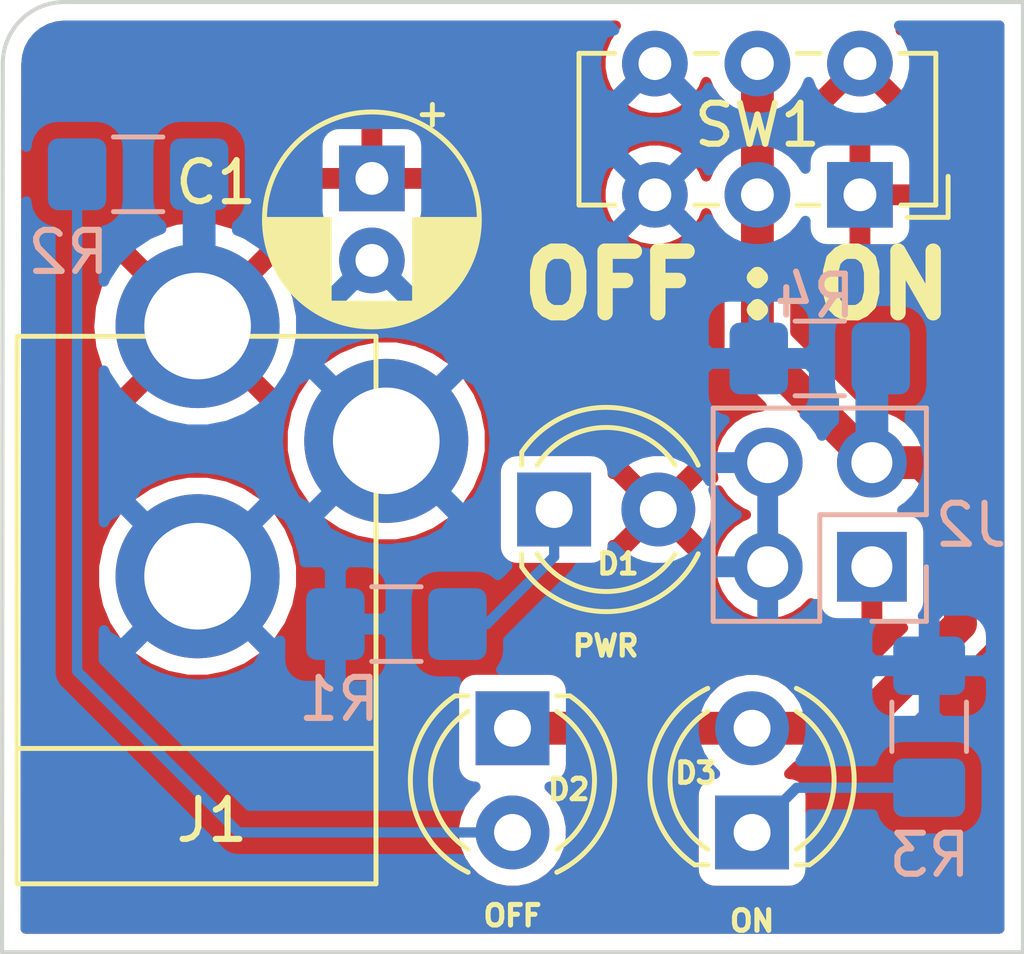
<source format=kicad_pcb>
(kicad_pcb (version 20171130) (host pcbnew 5.1.5+dfsg1-2build2)

  (general
    (thickness 1.6)
    (drawings 9)
    (tracks 21)
    (zones 0)
    (modules 11)
    (nets 7)
  )

  (page A4)
  (title_block
    (title "µComputer power supply")
    (rev 1.0)
    (comment 1 "Antoine Stevan")
  )

  (layers
    (0 F.Cu signal)
    (31 B.Cu signal)
    (32 B.Adhes user hide)
    (33 F.Adhes user hide)
    (34 B.Paste user hide)
    (35 F.Paste user hide)
    (36 B.SilkS user)
    (37 F.SilkS user)
    (38 B.Mask user hide)
    (39 F.Mask user hide)
    (40 Dwgs.User user hide)
    (41 Cmts.User user hide)
    (42 Eco1.User user hide)
    (43 Eco2.User user hide)
    (44 Edge.Cuts user)
    (45 Margin user hide)
    (46 B.CrtYd user hide)
    (47 F.CrtYd user hide)
    (48 B.Fab user hide)
    (49 F.Fab user hide)
  )

  (setup
    (last_trace_width 0.25)
    (user_trace_width 0.8)
    (trace_clearance 0.2)
    (zone_clearance 0.4)
    (zone_45_only no)
    (trace_min 0.2)
    (via_size 0.8)
    (via_drill 0.4)
    (via_min_size 0.4)
    (via_min_drill 0.3)
    (uvia_size 0.3)
    (uvia_drill 0.1)
    (uvias_allowed no)
    (uvia_min_size 0.2)
    (uvia_min_drill 0.1)
    (edge_width 0.1)
    (segment_width 0.2)
    (pcb_text_width 0.3)
    (pcb_text_size 1.5 1.5)
    (mod_edge_width 0.15)
    (mod_text_size 1 1)
    (mod_text_width 0.15)
    (pad_size 1.6 1.6)
    (pad_drill 0.8)
    (pad_to_mask_clearance 0)
    (aux_axis_origin 0 0)
    (visible_elements FFFFFF7F)
    (pcbplotparams
      (layerselection 0x010b0_ffffffff)
      (usegerberextensions false)
      (usegerberattributes true)
      (usegerberadvancedattributes false)
      (creategerberjobfile false)
      (excludeedgelayer true)
      (linewidth 0.100000)
      (plotframeref false)
      (viasonmask false)
      (mode 1)
      (useauxorigin false)
      (hpglpennumber 1)
      (hpglpenspeed 20)
      (hpglpendiameter 15.000000)
      (psnegative false)
      (psa4output false)
      (plotreference true)
      (plotvalue true)
      (plotinvisibletext false)
      (padsonsilk false)
      (subtractmaskfromsilk false)
      (outputformat 1)
      (mirror false)
      (drillshape 0)
      (scaleselection 1)
      (outputdirectory "../gerber/"))
  )

  (net 0 "")
  (net 1 VCC)
  (net 2 GND)
  (net 3 /VCC_OUT)
  (net 4 /MID_PWR)
  (net 5 /MID_OFF)
  (net 6 /MID_ON)

  (net_class Default "This is the default net class."
    (clearance 0.2)
    (trace_width 0.25)
    (via_dia 0.8)
    (via_drill 0.4)
    (uvia_dia 0.3)
    (uvia_drill 0.1)
    (add_net /MID_OFF)
    (add_net /MID_ON)
    (add_net /MID_PWR)
    (add_net /VCC_OUT)
    (add_net GND)
    (add_net VCC)
  )

  (module my_power:DC_barrel_2.1x5.5d (layer F.Cu) (tedit 61377EEC) (tstamp 6137E79B)
    (at 166.7 96)
    (path /6154FA04)
    (fp_text reference J1 (at -0.8 0.35) (layer F.SilkS)
      (effects (font (size 1 1) (thickness 0.15)))
    )
    (fp_text value Barrel_Jack_Switch (at -0.8 3.25) (layer F.Fab)
      (effects (font (size 1 1) (thickness 0.15)))
    )
    (fp_line (start 3.2 -11.45) (end -5.55 -11.45) (layer F.Fab) (width 0.12))
    (fp_line (start 3.2 1.9) (end 3.2 -11.45) (layer F.Fab) (width 0.12))
    (fp_line (start -5.55 1.9) (end 3.2 1.9) (layer F.Fab) (width 0.12))
    (fp_line (start -5.55 -11.45) (end -5.55 1.9) (layer F.Fab) (width 0.12))
    (fp_line (start 3.2 -11.45) (end -5.55 -11.45) (layer F.CrtYd) (width 0.12))
    (fp_line (start 3.2 1.9) (end 3.2 -11.45) (layer F.CrtYd) (width 0.12))
    (fp_line (start -5.55 1.9) (end 3.2 1.9) (layer F.CrtYd) (width 0.12))
    (fp_line (start -5.55 -11.45) (end -5.55 1.9) (layer F.CrtYd) (width 0.12))
    (fp_line (start -5.55 -1.4) (end 3.2 -1.4) (layer F.SilkS) (width 0.12))
    (fp_line (start 3.2 1.9) (end 3.2 -11.45) (layer F.SilkS) (width 0.12))
    (fp_line (start -5.55 -11.45) (end -5.55 1.9) (layer F.SilkS) (width 0.12))
    (fp_line (start -5.55 1.9) (end 3.2 1.9) (layer F.SilkS) (width 0.12))
    (fp_line (start -5.55 -11.45) (end 3.2 -11.45) (layer F.SilkS) (width 0.12))
    (pad 3 thru_hole circle (at 3.45 -8.9) (size 4 4) (drill 2.6) (layers *.Cu *.Mask)
      (net 2 GND))
    (pad 2 thru_hole circle (at -1.15 -5.6) (size 4 4) (drill 2.6) (layers *.Cu *.Mask)
      (net 2 GND))
    (pad 1 thru_hole circle (at -1.15 -11.7) (size 4 4) (drill 2.6) (layers *.Cu *.Mask)
      (net 1 VCC))
  )

  (module Button_Switch_THT:SW_E-Switch_EG1271_DPDT (layer F.Cu) (tedit 613781B8) (tstamp 6137E876)
    (at 181.7 81.1 180)
    (descr "E-Switch sub miniature slide switch, EG series, DPDT, http://spec_sheets.e-switch.com/specs/P040047.pdf")
    (tags "switch DPDT")
    (path /61575736)
    (fp_text reference SW1 (at 2.5 1.7) (layer F.SilkS)
      (effects (font (size 1 1) (thickness 0.15)))
    )
    (fp_text value main (at 2.5 5) (layer F.Fab)
      (effects (font (size 1 1) (thickness 0.15)))
    )
    (fp_text user %R (at 2.5 -1.65) (layer F.Fab)
      (effects (font (size 1 1) (thickness 0.15)))
    )
    (fp_line (start -2 4.25) (end -2 -1.05) (layer F.CrtYd) (width 0.05))
    (fp_line (start 7 4.25) (end -2 4.25) (layer F.CrtYd) (width 0.05))
    (fp_line (start 7 -1.05) (end 7 4.25) (layer F.CrtYd) (width 0.05))
    (fp_line (start -2 -1.05) (end 7 -1.05) (layer F.CrtYd) (width 0.05))
    (fp_line (start -2.15 -0.55) (end -1.15 -0.55) (layer F.SilkS) (width 0.12))
    (fp_line (start -2.15 0.45) (end -2.15 -0.55) (layer F.SilkS) (width 0.12))
    (fp_line (start -1.85 3.45) (end -1.85 -0.25) (layer F.SilkS) (width 0.12))
    (fp_line (start -0.97 3.45) (end -1.85 3.45) (layer F.SilkS) (width 0.12))
    (fp_line (start 1.53 3.45) (end 0.97 3.45) (layer F.SilkS) (width 0.12))
    (fp_line (start 4.02 3.45) (end 3.47 3.45) (layer F.SilkS) (width 0.12))
    (fp_line (start 6.85 3.45) (end 5.98 3.45) (layer F.SilkS) (width 0.12))
    (fp_line (start 6.85 -0.25) (end 6.85 3.45) (layer F.SilkS) (width 0.12))
    (fp_line (start 5.97 -0.25) (end 6.85 -0.25) (layer F.SilkS) (width 0.12))
    (fp_line (start 3.47 -0.25) (end 4.03 -0.25) (layer F.SilkS) (width 0.12))
    (fp_line (start 1 -0.25) (end 1.53 -0.25) (layer F.SilkS) (width 0.12))
    (fp_line (start -1.85 -0.25) (end -1 -0.25) (layer F.SilkS) (width 0.12))
    (fp_line (start -1.75 -0.15) (end -1.75 3.35) (layer F.Fab) (width 0.1))
    (fp_line (start 6.75 3.35) (end -1.75 3.35) (layer F.Fab) (width 0.1))
    (fp_line (start 6.75 -0.15) (end 6.75 3.35) (layer F.Fab) (width 0.1))
    (fp_line (start -1.75 -0.15) (end 6.75 -0.15) (layer F.Fab) (width 0.1))
    (fp_line (start 2.15 0.6) (end 2.15 2.6) (layer F.Fab) (width 0.1))
    (fp_line (start 1.8 0.6) (end 1.8 2.6) (layer F.Fab) (width 0.1))
    (fp_line (start 1.45 0.6) (end 1.45 2.6) (layer F.Fab) (width 0.1))
    (fp_line (start 1.1 0.6) (end 1.1 2.6) (layer F.Fab) (width 0.1))
    (fp_line (start 0.75 0.6) (end 0.75 2.6) (layer F.Fab) (width 0.1))
    (fp_line (start 2.5 0.6) (end 2.5 2.6) (layer F.Fab) (width 0.1))
    (fp_line (start 0.4 0.6) (end 0.4 2.6) (layer F.Fab) (width 0.1))
    (fp_line (start 4.6 2.6) (end 0.4 2.6) (layer F.Fab) (width 0.1))
    (fp_line (start 4.6 0.6) (end 4.6 2.6) (layer F.Fab) (width 0.1))
    (fp_line (start 0.4 0.6) (end 4.6 0.6) (layer F.Fab) (width 0.1))
    (pad 6 thru_hole circle (at 5 3.2 180) (size 1.6 1.6) (drill 0.8) (layers *.Cu *.Mask)
      (net 2 GND))
    (pad 5 thru_hole circle (at 2.5 3.2 180) (size 1.6 1.6) (drill 0.8) (layers *.Cu *.Mask)
      (net 3 /VCC_OUT))
    (pad 4 thru_hole circle (at 0 3.2 180) (size 1.6 1.6) (drill 0.8) (layers *.Cu *.Mask)
      (net 1 VCC))
    (pad 3 thru_hole circle (at 5 0 180) (size 1.6 1.6) (drill 0.8) (layers *.Cu *.Mask)
      (net 2 GND))
    (pad 2 thru_hole circle (at 2.5 0 180) (size 1.6 1.6) (drill 0.8) (layers *.Cu *.Mask)
      (net 3 /VCC_OUT))
    (pad 1 thru_hole rect (at 0 0 180) (size 1.6 1.6) (drill 0.8) (layers *.Cu *.Mask)
      (net 1 VCC))
    (model ${KISYS3DMOD}/Button_Switch_THT.3dshapes/SW_E-Switch_EG1271_DPDT.wrl
      (at (xyz 0 0 0))
      (scale (xyz 1 1 1))
      (rotate (xyz 0 0 0))
    )
  )

  (module Resistor_SMD:R_1206_3216Metric_Pad1.42x1.75mm_HandSolder (layer B.Cu) (tedit 5B301BBD) (tstamp 6135F57F)
    (at 180.721 85.09)
    (descr "Resistor SMD 1206 (3216 Metric), square (rectangular) end terminal, IPC_7351 nominal with elongated pad for handsoldering. (Body size source: http://www.tortai-tech.com/upload/download/2011102023233369053.pdf), generated with kicad-footprint-generator")
    (tags "resistor handsolder")
    (path /6186E1D5)
    (attr smd)
    (fp_text reference R4 (at -0.127 -1.524) (layer B.SilkS)
      (effects (font (size 1 1) (thickness 0.15)) (justify mirror))
    )
    (fp_text value 1K (at 0 -1.82) (layer B.Fab)
      (effects (font (size 1 1) (thickness 0.15)) (justify mirror))
    )
    (fp_text user %R (at 0 0) (layer B.Fab)
      (effects (font (size 0.8 0.8) (thickness 0.12)) (justify mirror))
    )
    (fp_line (start 2.45 -1.12) (end -2.45 -1.12) (layer B.CrtYd) (width 0.05))
    (fp_line (start 2.45 1.12) (end 2.45 -1.12) (layer B.CrtYd) (width 0.05))
    (fp_line (start -2.45 1.12) (end 2.45 1.12) (layer B.CrtYd) (width 0.05))
    (fp_line (start -2.45 -1.12) (end -2.45 1.12) (layer B.CrtYd) (width 0.05))
    (fp_line (start -0.602064 -0.91) (end 0.602064 -0.91) (layer B.SilkS) (width 0.12))
    (fp_line (start -0.602064 0.91) (end 0.602064 0.91) (layer B.SilkS) (width 0.12))
    (fp_line (start 1.6 -0.8) (end -1.6 -0.8) (layer B.Fab) (width 0.1))
    (fp_line (start 1.6 0.8) (end 1.6 -0.8) (layer B.Fab) (width 0.1))
    (fp_line (start -1.6 0.8) (end 1.6 0.8) (layer B.Fab) (width 0.1))
    (fp_line (start -1.6 -0.8) (end -1.6 0.8) (layer B.Fab) (width 0.1))
    (pad 2 smd roundrect (at 1.4875 0) (size 1.425 1.75) (layers B.Cu B.Paste B.Mask) (roundrect_rratio 0.175439)
      (net 3 /VCC_OUT))
    (pad 1 smd roundrect (at -1.4875 0) (size 1.425 1.75) (layers B.Cu B.Paste B.Mask) (roundrect_rratio 0.175439)
      (net 2 GND))
    (model ${KISYS3DMOD}/Resistor_SMD.3dshapes/R_1206_3216Metric.wrl
      (at (xyz 0 0 0))
      (scale (xyz 1 1 1))
      (rotate (xyz 0 0 0))
    )
  )

  (module Resistor_SMD:R_1206_3216Metric_Pad1.42x1.75mm_HandSolder (layer B.Cu) (tedit 5B301BBD) (tstamp 6137FF26)
    (at 183.388 94.0705 90)
    (descr "Resistor SMD 1206 (3216 Metric), square (rectangular) end terminal, IPC_7351 nominal with elongated pad for handsoldering. (Body size source: http://www.tortai-tech.com/upload/download/2011102023233369053.pdf), generated with kicad-footprint-generator")
    (tags "resistor handsolder")
    (path /6177E153)
    (attr smd)
    (fp_text reference R3 (at -3.1295 0.012 180) (layer B.SilkS)
      (effects (font (size 1 1) (thickness 0.15)) (justify mirror))
    )
    (fp_text value 220 (at 0 -1.82 90) (layer B.Fab)
      (effects (font (size 1 1) (thickness 0.15)) (justify mirror))
    )
    (fp_text user %R (at 0 0 90) (layer B.Fab)
      (effects (font (size 0.8 0.8) (thickness 0.12)) (justify mirror))
    )
    (fp_line (start 2.45 -1.12) (end -2.45 -1.12) (layer B.CrtYd) (width 0.05))
    (fp_line (start 2.45 1.12) (end 2.45 -1.12) (layer B.CrtYd) (width 0.05))
    (fp_line (start -2.45 1.12) (end 2.45 1.12) (layer B.CrtYd) (width 0.05))
    (fp_line (start -2.45 -1.12) (end -2.45 1.12) (layer B.CrtYd) (width 0.05))
    (fp_line (start -0.602064 -0.91) (end 0.602064 -0.91) (layer B.SilkS) (width 0.12))
    (fp_line (start -0.602064 0.91) (end 0.602064 0.91) (layer B.SilkS) (width 0.12))
    (fp_line (start 1.6 -0.8) (end -1.6 -0.8) (layer B.Fab) (width 0.1))
    (fp_line (start 1.6 0.8) (end 1.6 -0.8) (layer B.Fab) (width 0.1))
    (fp_line (start -1.6 0.8) (end 1.6 0.8) (layer B.Fab) (width 0.1))
    (fp_line (start -1.6 -0.8) (end -1.6 0.8) (layer B.Fab) (width 0.1))
    (pad 2 smd roundrect (at 1.4875 0 90) (size 1.425 1.75) (layers B.Cu B.Paste B.Mask) (roundrect_rratio 0.175439)
      (net 2 GND))
    (pad 1 smd roundrect (at -1.4875 0 90) (size 1.425 1.75) (layers B.Cu B.Paste B.Mask) (roundrect_rratio 0.175439)
      (net 6 /MID_ON))
    (model ${KISYS3DMOD}/Resistor_SMD.3dshapes/R_1206_3216Metric.wrl
      (at (xyz 0 0 0))
      (scale (xyz 1 1 1))
      (rotate (xyz 0 0 0))
    )
  )

  (module Resistor_SMD:R_1206_3216Metric_Pad1.42x1.75mm_HandSolder (layer B.Cu) (tedit 5B301BBD) (tstamp 6135F55D)
    (at 164.1 80.6 180)
    (descr "Resistor SMD 1206 (3216 Metric), square (rectangular) end terminal, IPC_7351 nominal with elongated pad for handsoldering. (Body size source: http://www.tortai-tech.com/upload/download/2011102023233369053.pdf), generated with kicad-footprint-generator")
    (tags "resistor handsolder")
    (path /617618F4)
    (attr smd)
    (fp_text reference R2 (at 1.7 -1.9) (layer B.SilkS)
      (effects (font (size 1 1) (thickness 0.15)) (justify mirror))
    )
    (fp_text value 220 (at 0 -1.82 180) (layer B.Fab)
      (effects (font (size 1 1) (thickness 0.15)) (justify mirror))
    )
    (fp_text user %R (at 0 0 180) (layer B.Fab)
      (effects (font (size 0.8 0.8) (thickness 0.12)) (justify mirror))
    )
    (fp_line (start 2.45 -1.12) (end -2.45 -1.12) (layer B.CrtYd) (width 0.05))
    (fp_line (start 2.45 1.12) (end 2.45 -1.12) (layer B.CrtYd) (width 0.05))
    (fp_line (start -2.45 1.12) (end 2.45 1.12) (layer B.CrtYd) (width 0.05))
    (fp_line (start -2.45 -1.12) (end -2.45 1.12) (layer B.CrtYd) (width 0.05))
    (fp_line (start -0.602064 -0.91) (end 0.602064 -0.91) (layer B.SilkS) (width 0.12))
    (fp_line (start -0.602064 0.91) (end 0.602064 0.91) (layer B.SilkS) (width 0.12))
    (fp_line (start 1.6 -0.8) (end -1.6 -0.8) (layer B.Fab) (width 0.1))
    (fp_line (start 1.6 0.8) (end 1.6 -0.8) (layer B.Fab) (width 0.1))
    (fp_line (start -1.6 0.8) (end 1.6 0.8) (layer B.Fab) (width 0.1))
    (fp_line (start -1.6 -0.8) (end -1.6 0.8) (layer B.Fab) (width 0.1))
    (pad 2 smd roundrect (at 1.4875 0 180) (size 1.425 1.75) (layers B.Cu B.Paste B.Mask) (roundrect_rratio 0.175439)
      (net 5 /MID_OFF))
    (pad 1 smd roundrect (at -1.4875 0 180) (size 1.425 1.75) (layers B.Cu B.Paste B.Mask) (roundrect_rratio 0.175439)
      (net 1 VCC))
    (model ${KISYS3DMOD}/Resistor_SMD.3dshapes/R_1206_3216Metric.wrl
      (at (xyz 0 0 0))
      (scale (xyz 1 1 1))
      (rotate (xyz 0 0 0))
    )
  )

  (module Resistor_SMD:R_1206_3216Metric_Pad1.42x1.75mm_HandSolder (layer B.Cu) (tedit 5B301BBD) (tstamp 6135F54C)
    (at 170.3975 91.567)
    (descr "Resistor SMD 1206 (3216 Metric), square (rectangular) end terminal, IPC_7351 nominal with elongated pad for handsoldering. (Body size source: http://www.tortai-tech.com/upload/download/2011102023233369053.pdf), generated with kicad-footprint-generator")
    (tags "resistor handsolder")
    (path /617E4D6E)
    (attr smd)
    (fp_text reference R1 (at -1.3975 1.833) (layer B.SilkS)
      (effects (font (size 1 1) (thickness 0.15)) (justify mirror))
    )
    (fp_text value 220 (at 0 -1.82) (layer B.Fab)
      (effects (font (size 1 1) (thickness 0.15)) (justify mirror))
    )
    (fp_text user %R (at 0 0) (layer B.Fab)
      (effects (font (size 0.8 0.8) (thickness 0.12)) (justify mirror))
    )
    (fp_line (start 2.45 -1.12) (end -2.45 -1.12) (layer B.CrtYd) (width 0.05))
    (fp_line (start 2.45 1.12) (end 2.45 -1.12) (layer B.CrtYd) (width 0.05))
    (fp_line (start -2.45 1.12) (end 2.45 1.12) (layer B.CrtYd) (width 0.05))
    (fp_line (start -2.45 -1.12) (end -2.45 1.12) (layer B.CrtYd) (width 0.05))
    (fp_line (start -0.602064 -0.91) (end 0.602064 -0.91) (layer B.SilkS) (width 0.12))
    (fp_line (start -0.602064 0.91) (end 0.602064 0.91) (layer B.SilkS) (width 0.12))
    (fp_line (start 1.6 -0.8) (end -1.6 -0.8) (layer B.Fab) (width 0.1))
    (fp_line (start 1.6 0.8) (end 1.6 -0.8) (layer B.Fab) (width 0.1))
    (fp_line (start -1.6 0.8) (end 1.6 0.8) (layer B.Fab) (width 0.1))
    (fp_line (start -1.6 -0.8) (end -1.6 0.8) (layer B.Fab) (width 0.1))
    (pad 2 smd roundrect (at 1.4875 0) (size 1.425 1.75) (layers B.Cu B.Paste B.Mask) (roundrect_rratio 0.175439)
      (net 4 /MID_PWR))
    (pad 1 smd roundrect (at -1.4875 0) (size 1.425 1.75) (layers B.Cu B.Paste B.Mask) (roundrect_rratio 0.175439)
      (net 2 GND))
    (model ${KISYS3DMOD}/Resistor_SMD.3dshapes/R_1206_3216Metric.wrl
      (at (xyz 0 0 0))
      (scale (xyz 1 1 1))
      (rotate (xyz 0 0 0))
    )
  )

  (module Connector_PinSocket_2.54mm:PinSocket_2x02_P2.54mm_Vertical (layer B.Cu) (tedit 5A19A426) (tstamp 6135F53B)
    (at 181.991 90.17)
    (descr "Through hole straight socket strip, 2x02, 2.54mm pitch, double cols (from Kicad 4.0.7), script generated")
    (tags "Through hole socket strip THT 2x02 2.54mm double row")
    (path /613B3325)
    (fp_text reference J2 (at 2.413 -1.016) (layer B.SilkS)
      (effects (font (size 1 1) (thickness 0.15)) (justify mirror))
    )
    (fp_text value Conn_01x04_Female (at -1.27 -5.31) (layer B.Fab)
      (effects (font (size 1 1) (thickness 0.15)) (justify mirror))
    )
    (fp_text user %R (at -1.27 -1.27 -90) (layer B.Fab)
      (effects (font (size 1 1) (thickness 0.15)) (justify mirror))
    )
    (fp_line (start -4.34 -4.3) (end -4.34 1.8) (layer B.CrtYd) (width 0.05))
    (fp_line (start 1.76 -4.3) (end -4.34 -4.3) (layer B.CrtYd) (width 0.05))
    (fp_line (start 1.76 1.8) (end 1.76 -4.3) (layer B.CrtYd) (width 0.05))
    (fp_line (start -4.34 1.8) (end 1.76 1.8) (layer B.CrtYd) (width 0.05))
    (fp_line (start 0 1.33) (end 1.33 1.33) (layer B.SilkS) (width 0.12))
    (fp_line (start 1.33 1.33) (end 1.33 0) (layer B.SilkS) (width 0.12))
    (fp_line (start -1.27 1.33) (end -1.27 -1.27) (layer B.SilkS) (width 0.12))
    (fp_line (start -1.27 -1.27) (end 1.33 -1.27) (layer B.SilkS) (width 0.12))
    (fp_line (start 1.33 -1.27) (end 1.33 -3.87) (layer B.SilkS) (width 0.12))
    (fp_line (start -3.87 -3.87) (end 1.33 -3.87) (layer B.SilkS) (width 0.12))
    (fp_line (start -3.87 1.33) (end -3.87 -3.87) (layer B.SilkS) (width 0.12))
    (fp_line (start -3.87 1.33) (end -1.27 1.33) (layer B.SilkS) (width 0.12))
    (fp_line (start -3.81 -3.81) (end -3.81 1.27) (layer B.Fab) (width 0.1))
    (fp_line (start 1.27 -3.81) (end -3.81 -3.81) (layer B.Fab) (width 0.1))
    (fp_line (start 1.27 0.27) (end 1.27 -3.81) (layer B.Fab) (width 0.1))
    (fp_line (start 0.27 1.27) (end 1.27 0.27) (layer B.Fab) (width 0.1))
    (fp_line (start -3.81 1.27) (end 0.27 1.27) (layer B.Fab) (width 0.1))
    (pad 4 thru_hole oval (at -2.54 -2.54) (size 1.7 1.7) (drill 1) (layers *.Cu *.Mask)
      (net 2 GND))
    (pad 3 thru_hole oval (at 0 -2.54) (size 1.7 1.7) (drill 1) (layers *.Cu *.Mask)
      (net 3 /VCC_OUT))
    (pad 2 thru_hole oval (at -2.54 0) (size 1.7 1.7) (drill 1) (layers *.Cu *.Mask)
      (net 2 GND))
    (pad 1 thru_hole rect (at 0 0) (size 1.7 1.7) (drill 1) (layers *.Cu *.Mask)
      (net 1 VCC))
    (model ${KISYS3DMOD}/Connector_PinSocket_2.54mm.3dshapes/PinSocket_2x02_P2.54mm_Vertical.wrl
      (at (xyz 0 0 0))
      (scale (xyz 1 1 1))
      (rotate (xyz 0 0 0))
    )
  )

  (module LED_THT:LED_D4.0mm (layer F.Cu) (tedit 587A3A7B) (tstamp 6135F4FF)
    (at 179.07 96.647 90)
    (descr "LED, diameter 4.0mm, 2 pins, http://www.kingbright.com/attachments/file/psearch/000/00/00/L-43GD(Ver.12B).pdf")
    (tags "LED diameter 4.0mm 2 pins")
    (path /61577D55)
    (fp_text reference D3 (at 1.447 -1.37 180) (layer F.SilkS)
      (effects (font (size 0.5 0.5) (thickness 0.125)))
    )
    (fp_text value ON (at 1.27 3.46 90) (layer F.Fab)
      (effects (font (size 1 1) (thickness 0.15)))
    )
    (fp_line (start 4 -2.75) (end -1.45 -2.75) (layer F.CrtYd) (width 0.05))
    (fp_line (start 4 2.75) (end 4 -2.75) (layer F.CrtYd) (width 0.05))
    (fp_line (start -1.45 2.75) (end 4 2.75) (layer F.CrtYd) (width 0.05))
    (fp_line (start -1.45 -2.75) (end -1.45 2.75) (layer F.CrtYd) (width 0.05))
    (fp_line (start -0.79 1.08) (end -0.79 1.399) (layer F.SilkS) (width 0.12))
    (fp_line (start -0.79 -1.399) (end -0.79 -1.08) (layer F.SilkS) (width 0.12))
    (fp_line (start -0.73 -1.32665) (end -0.73 1.32665) (layer F.Fab) (width 0.1))
    (fp_circle (center 1.27 0) (end 3.27 0) (layer F.Fab) (width 0.1))
    (fp_arc (start 1.27 0) (end -0.41333 1.08) (angle -114.6) (layer F.SilkS) (width 0.12))
    (fp_arc (start 1.27 0) (end -0.41333 -1.08) (angle 114.6) (layer F.SilkS) (width 0.12))
    (fp_arc (start 1.27 0) (end -0.79 1.398749) (angle -120.1) (layer F.SilkS) (width 0.12))
    (fp_arc (start 1.27 0) (end -0.79 -1.398749) (angle 120.1) (layer F.SilkS) (width 0.12))
    (fp_arc (start 1.27 0) (end -0.73 -1.32665) (angle 292.9) (layer F.Fab) (width 0.1))
    (pad 2 thru_hole circle (at 2.54 0 90) (size 1.8 1.8) (drill 0.9) (layers *.Cu *.Mask)
      (net 3 /VCC_OUT))
    (pad 1 thru_hole rect (at 0 0 90) (size 1.8 1.8) (drill 0.9) (layers *.Cu *.Mask)
      (net 6 /MID_ON))
    (model ${KISYS3DMOD}/LED_THT.3dshapes/LED_D4.0mm.wrl
      (at (xyz 0 0 0))
      (scale (xyz 1 1 1))
      (rotate (xyz 0 0 0))
    )
  )

  (module LED_THT:LED_D4.0mm (layer F.Cu) (tedit 587A3A7B) (tstamp 6137FD03)
    (at 173.228 94.107 270)
    (descr "LED, diameter 4.0mm, 2 pins, http://www.kingbright.com/attachments/file/psearch/000/00/00/L-43GD(Ver.12B).pdf")
    (tags "LED diameter 4.0mm 2 pins")
    (path /6157E803)
    (fp_text reference D2 (at 1.493 -1.372) (layer F.SilkS)
      (effects (font (size 0.5 0.5) (thickness 0.125)))
    )
    (fp_text value OFF (at 1.27 3.46 90) (layer F.Fab)
      (effects (font (size 1 1) (thickness 0.15)))
    )
    (fp_line (start 4 -2.75) (end -1.45 -2.75) (layer F.CrtYd) (width 0.05))
    (fp_line (start 4 2.75) (end 4 -2.75) (layer F.CrtYd) (width 0.05))
    (fp_line (start -1.45 2.75) (end 4 2.75) (layer F.CrtYd) (width 0.05))
    (fp_line (start -1.45 -2.75) (end -1.45 2.75) (layer F.CrtYd) (width 0.05))
    (fp_line (start -0.79 1.08) (end -0.79 1.399) (layer F.SilkS) (width 0.12))
    (fp_line (start -0.79 -1.399) (end -0.79 -1.08) (layer F.SilkS) (width 0.12))
    (fp_line (start -0.73 -1.32665) (end -0.73 1.32665) (layer F.Fab) (width 0.1))
    (fp_circle (center 1.27 0) (end 3.27 0) (layer F.Fab) (width 0.1))
    (fp_arc (start 1.27 0) (end -0.41333 1.08) (angle -114.6) (layer F.SilkS) (width 0.12))
    (fp_arc (start 1.27 0) (end -0.41333 -1.08) (angle 114.6) (layer F.SilkS) (width 0.12))
    (fp_arc (start 1.27 0) (end -0.79 1.398749) (angle -120.1) (layer F.SilkS) (width 0.12))
    (fp_arc (start 1.27 0) (end -0.79 -1.398749) (angle 120.1) (layer F.SilkS) (width 0.12))
    (fp_arc (start 1.27 0) (end -0.73 -1.32665) (angle 292.9) (layer F.Fab) (width 0.1))
    (pad 2 thru_hole circle (at 2.54 0 270) (size 1.8 1.8) (drill 0.9) (layers *.Cu *.Mask)
      (net 5 /MID_OFF))
    (pad 1 thru_hole rect (at 0 0 270) (size 1.8 1.8) (drill 0.9) (layers *.Cu *.Mask)
      (net 3 /VCC_OUT))
    (model ${KISYS3DMOD}/LED_THT.3dshapes/LED_D4.0mm.wrl
      (at (xyz 0 0 0))
      (scale (xyz 1 1 1))
      (rotate (xyz 0 0 0))
    )
  )

  (module LED_THT:LED_D4.0mm (layer F.Cu) (tedit 587A3A7B) (tstamp 613603F6)
    (at 174.244 88.773)
    (descr "LED, diameter 4.0mm, 2 pins, http://www.kingbright.com/attachments/file/psearch/000/00/00/L-43GD(Ver.12B).pdf")
    (tags "LED diameter 4.0mm 2 pins")
    (path /61576C22)
    (fp_text reference D1 (at 1.556 1.327) (layer F.SilkS)
      (effects (font (size 0.5 0.5) (thickness 0.125)))
    )
    (fp_text value PWR (at 1.27 3.46) (layer F.Fab)
      (effects (font (size 1 1) (thickness 0.15)))
    )
    (fp_line (start 4 -2.75) (end -1.45 -2.75) (layer F.CrtYd) (width 0.05))
    (fp_line (start 4 2.75) (end 4 -2.75) (layer F.CrtYd) (width 0.05))
    (fp_line (start -1.45 2.75) (end 4 2.75) (layer F.CrtYd) (width 0.05))
    (fp_line (start -1.45 -2.75) (end -1.45 2.75) (layer F.CrtYd) (width 0.05))
    (fp_line (start -0.79 1.08) (end -0.79 1.399) (layer F.SilkS) (width 0.12))
    (fp_line (start -0.79 -1.399) (end -0.79 -1.08) (layer F.SilkS) (width 0.12))
    (fp_line (start -0.73 -1.32665) (end -0.73 1.32665) (layer F.Fab) (width 0.1))
    (fp_circle (center 1.27 0) (end 3.27 0) (layer F.Fab) (width 0.1))
    (fp_arc (start 1.27 0) (end -0.41333 1.08) (angle -114.6) (layer F.SilkS) (width 0.12))
    (fp_arc (start 1.27 0) (end -0.41333 -1.08) (angle 114.6) (layer F.SilkS) (width 0.12))
    (fp_arc (start 1.27 0) (end -0.79 1.398749) (angle -120.1) (layer F.SilkS) (width 0.12))
    (fp_arc (start 1.27 0) (end -0.79 -1.398749) (angle 120.1) (layer F.SilkS) (width 0.12))
    (fp_arc (start 1.27 0) (end -0.73 -1.32665) (angle 292.9) (layer F.Fab) (width 0.1))
    (pad 2 thru_hole circle (at 2.54 0) (size 1.8 1.8) (drill 0.9) (layers *.Cu *.Mask)
      (net 1 VCC))
    (pad 1 thru_hole rect (at 0 0) (size 1.8 1.8) (drill 0.9) (layers *.Cu *.Mask)
      (net 4 /MID_PWR))
    (model ${KISYS3DMOD}/LED_THT.3dshapes/LED_D4.0mm.wrl
      (at (xyz 0 0 0))
      (scale (xyz 1 1 1))
      (rotate (xyz 0 0 0))
    )
  )

  (module Capacitor_THT:CP_Radial_D5.0mm_P2.00mm (layer F.Cu) (tedit 5AE50EF0) (tstamp 6135F4C6)
    (at 169.8 80.7 270)
    (descr "CP, Radial series, Radial, pin pitch=2.00mm, , diameter=5mm, Electrolytic Capacitor")
    (tags "CP Radial series Radial pin pitch 2.00mm  diameter 5mm Electrolytic Capacitor")
    (path /615C43FB)
    (fp_text reference C1 (at 0.1 3.8) (layer F.SilkS)
      (effects (font (size 1 1) (thickness 0.15)))
    )
    (fp_text value C (at 1 3.75 90) (layer F.Fab)
      (effects (font (size 1 1) (thickness 0.15)))
    )
    (fp_text user %R (at 1 0 90) (layer F.Fab)
      (effects (font (size 1 1) (thickness 0.15)))
    )
    (fp_line (start -1.554775 -1.725) (end -1.554775 -1.225) (layer F.SilkS) (width 0.12))
    (fp_line (start -1.804775 -1.475) (end -1.304775 -1.475) (layer F.SilkS) (width 0.12))
    (fp_line (start 3.601 -0.284) (end 3.601 0.284) (layer F.SilkS) (width 0.12))
    (fp_line (start 3.561 -0.518) (end 3.561 0.518) (layer F.SilkS) (width 0.12))
    (fp_line (start 3.521 -0.677) (end 3.521 0.677) (layer F.SilkS) (width 0.12))
    (fp_line (start 3.481 -0.805) (end 3.481 0.805) (layer F.SilkS) (width 0.12))
    (fp_line (start 3.441 -0.915) (end 3.441 0.915) (layer F.SilkS) (width 0.12))
    (fp_line (start 3.401 -1.011) (end 3.401 1.011) (layer F.SilkS) (width 0.12))
    (fp_line (start 3.361 -1.098) (end 3.361 1.098) (layer F.SilkS) (width 0.12))
    (fp_line (start 3.321 -1.178) (end 3.321 1.178) (layer F.SilkS) (width 0.12))
    (fp_line (start 3.281 -1.251) (end 3.281 1.251) (layer F.SilkS) (width 0.12))
    (fp_line (start 3.241 -1.319) (end 3.241 1.319) (layer F.SilkS) (width 0.12))
    (fp_line (start 3.201 -1.383) (end 3.201 1.383) (layer F.SilkS) (width 0.12))
    (fp_line (start 3.161 -1.443) (end 3.161 1.443) (layer F.SilkS) (width 0.12))
    (fp_line (start 3.121 -1.5) (end 3.121 1.5) (layer F.SilkS) (width 0.12))
    (fp_line (start 3.081 -1.554) (end 3.081 1.554) (layer F.SilkS) (width 0.12))
    (fp_line (start 3.041 -1.605) (end 3.041 1.605) (layer F.SilkS) (width 0.12))
    (fp_line (start 3.001 1.04) (end 3.001 1.653) (layer F.SilkS) (width 0.12))
    (fp_line (start 3.001 -1.653) (end 3.001 -1.04) (layer F.SilkS) (width 0.12))
    (fp_line (start 2.961 1.04) (end 2.961 1.699) (layer F.SilkS) (width 0.12))
    (fp_line (start 2.961 -1.699) (end 2.961 -1.04) (layer F.SilkS) (width 0.12))
    (fp_line (start 2.921 1.04) (end 2.921 1.743) (layer F.SilkS) (width 0.12))
    (fp_line (start 2.921 -1.743) (end 2.921 -1.04) (layer F.SilkS) (width 0.12))
    (fp_line (start 2.881 1.04) (end 2.881 1.785) (layer F.SilkS) (width 0.12))
    (fp_line (start 2.881 -1.785) (end 2.881 -1.04) (layer F.SilkS) (width 0.12))
    (fp_line (start 2.841 1.04) (end 2.841 1.826) (layer F.SilkS) (width 0.12))
    (fp_line (start 2.841 -1.826) (end 2.841 -1.04) (layer F.SilkS) (width 0.12))
    (fp_line (start 2.801 1.04) (end 2.801 1.864) (layer F.SilkS) (width 0.12))
    (fp_line (start 2.801 -1.864) (end 2.801 -1.04) (layer F.SilkS) (width 0.12))
    (fp_line (start 2.761 1.04) (end 2.761 1.901) (layer F.SilkS) (width 0.12))
    (fp_line (start 2.761 -1.901) (end 2.761 -1.04) (layer F.SilkS) (width 0.12))
    (fp_line (start 2.721 1.04) (end 2.721 1.937) (layer F.SilkS) (width 0.12))
    (fp_line (start 2.721 -1.937) (end 2.721 -1.04) (layer F.SilkS) (width 0.12))
    (fp_line (start 2.681 1.04) (end 2.681 1.971) (layer F.SilkS) (width 0.12))
    (fp_line (start 2.681 -1.971) (end 2.681 -1.04) (layer F.SilkS) (width 0.12))
    (fp_line (start 2.641 1.04) (end 2.641 2.004) (layer F.SilkS) (width 0.12))
    (fp_line (start 2.641 -2.004) (end 2.641 -1.04) (layer F.SilkS) (width 0.12))
    (fp_line (start 2.601 1.04) (end 2.601 2.035) (layer F.SilkS) (width 0.12))
    (fp_line (start 2.601 -2.035) (end 2.601 -1.04) (layer F.SilkS) (width 0.12))
    (fp_line (start 2.561 1.04) (end 2.561 2.065) (layer F.SilkS) (width 0.12))
    (fp_line (start 2.561 -2.065) (end 2.561 -1.04) (layer F.SilkS) (width 0.12))
    (fp_line (start 2.521 1.04) (end 2.521 2.095) (layer F.SilkS) (width 0.12))
    (fp_line (start 2.521 -2.095) (end 2.521 -1.04) (layer F.SilkS) (width 0.12))
    (fp_line (start 2.481 1.04) (end 2.481 2.122) (layer F.SilkS) (width 0.12))
    (fp_line (start 2.481 -2.122) (end 2.481 -1.04) (layer F.SilkS) (width 0.12))
    (fp_line (start 2.441 1.04) (end 2.441 2.149) (layer F.SilkS) (width 0.12))
    (fp_line (start 2.441 -2.149) (end 2.441 -1.04) (layer F.SilkS) (width 0.12))
    (fp_line (start 2.401 1.04) (end 2.401 2.175) (layer F.SilkS) (width 0.12))
    (fp_line (start 2.401 -2.175) (end 2.401 -1.04) (layer F.SilkS) (width 0.12))
    (fp_line (start 2.361 1.04) (end 2.361 2.2) (layer F.SilkS) (width 0.12))
    (fp_line (start 2.361 -2.2) (end 2.361 -1.04) (layer F.SilkS) (width 0.12))
    (fp_line (start 2.321 1.04) (end 2.321 2.224) (layer F.SilkS) (width 0.12))
    (fp_line (start 2.321 -2.224) (end 2.321 -1.04) (layer F.SilkS) (width 0.12))
    (fp_line (start 2.281 1.04) (end 2.281 2.247) (layer F.SilkS) (width 0.12))
    (fp_line (start 2.281 -2.247) (end 2.281 -1.04) (layer F.SilkS) (width 0.12))
    (fp_line (start 2.241 1.04) (end 2.241 2.268) (layer F.SilkS) (width 0.12))
    (fp_line (start 2.241 -2.268) (end 2.241 -1.04) (layer F.SilkS) (width 0.12))
    (fp_line (start 2.201 1.04) (end 2.201 2.29) (layer F.SilkS) (width 0.12))
    (fp_line (start 2.201 -2.29) (end 2.201 -1.04) (layer F.SilkS) (width 0.12))
    (fp_line (start 2.161 1.04) (end 2.161 2.31) (layer F.SilkS) (width 0.12))
    (fp_line (start 2.161 -2.31) (end 2.161 -1.04) (layer F.SilkS) (width 0.12))
    (fp_line (start 2.121 1.04) (end 2.121 2.329) (layer F.SilkS) (width 0.12))
    (fp_line (start 2.121 -2.329) (end 2.121 -1.04) (layer F.SilkS) (width 0.12))
    (fp_line (start 2.081 1.04) (end 2.081 2.348) (layer F.SilkS) (width 0.12))
    (fp_line (start 2.081 -2.348) (end 2.081 -1.04) (layer F.SilkS) (width 0.12))
    (fp_line (start 2.041 1.04) (end 2.041 2.365) (layer F.SilkS) (width 0.12))
    (fp_line (start 2.041 -2.365) (end 2.041 -1.04) (layer F.SilkS) (width 0.12))
    (fp_line (start 2.001 1.04) (end 2.001 2.382) (layer F.SilkS) (width 0.12))
    (fp_line (start 2.001 -2.382) (end 2.001 -1.04) (layer F.SilkS) (width 0.12))
    (fp_line (start 1.961 1.04) (end 1.961 2.398) (layer F.SilkS) (width 0.12))
    (fp_line (start 1.961 -2.398) (end 1.961 -1.04) (layer F.SilkS) (width 0.12))
    (fp_line (start 1.921 1.04) (end 1.921 2.414) (layer F.SilkS) (width 0.12))
    (fp_line (start 1.921 -2.414) (end 1.921 -1.04) (layer F.SilkS) (width 0.12))
    (fp_line (start 1.881 1.04) (end 1.881 2.428) (layer F.SilkS) (width 0.12))
    (fp_line (start 1.881 -2.428) (end 1.881 -1.04) (layer F.SilkS) (width 0.12))
    (fp_line (start 1.841 1.04) (end 1.841 2.442) (layer F.SilkS) (width 0.12))
    (fp_line (start 1.841 -2.442) (end 1.841 -1.04) (layer F.SilkS) (width 0.12))
    (fp_line (start 1.801 1.04) (end 1.801 2.455) (layer F.SilkS) (width 0.12))
    (fp_line (start 1.801 -2.455) (end 1.801 -1.04) (layer F.SilkS) (width 0.12))
    (fp_line (start 1.761 1.04) (end 1.761 2.468) (layer F.SilkS) (width 0.12))
    (fp_line (start 1.761 -2.468) (end 1.761 -1.04) (layer F.SilkS) (width 0.12))
    (fp_line (start 1.721 1.04) (end 1.721 2.48) (layer F.SilkS) (width 0.12))
    (fp_line (start 1.721 -2.48) (end 1.721 -1.04) (layer F.SilkS) (width 0.12))
    (fp_line (start 1.68 1.04) (end 1.68 2.491) (layer F.SilkS) (width 0.12))
    (fp_line (start 1.68 -2.491) (end 1.68 -1.04) (layer F.SilkS) (width 0.12))
    (fp_line (start 1.64 1.04) (end 1.64 2.501) (layer F.SilkS) (width 0.12))
    (fp_line (start 1.64 -2.501) (end 1.64 -1.04) (layer F.SilkS) (width 0.12))
    (fp_line (start 1.6 1.04) (end 1.6 2.511) (layer F.SilkS) (width 0.12))
    (fp_line (start 1.6 -2.511) (end 1.6 -1.04) (layer F.SilkS) (width 0.12))
    (fp_line (start 1.56 1.04) (end 1.56 2.52) (layer F.SilkS) (width 0.12))
    (fp_line (start 1.56 -2.52) (end 1.56 -1.04) (layer F.SilkS) (width 0.12))
    (fp_line (start 1.52 1.04) (end 1.52 2.528) (layer F.SilkS) (width 0.12))
    (fp_line (start 1.52 -2.528) (end 1.52 -1.04) (layer F.SilkS) (width 0.12))
    (fp_line (start 1.48 1.04) (end 1.48 2.536) (layer F.SilkS) (width 0.12))
    (fp_line (start 1.48 -2.536) (end 1.48 -1.04) (layer F.SilkS) (width 0.12))
    (fp_line (start 1.44 1.04) (end 1.44 2.543) (layer F.SilkS) (width 0.12))
    (fp_line (start 1.44 -2.543) (end 1.44 -1.04) (layer F.SilkS) (width 0.12))
    (fp_line (start 1.4 1.04) (end 1.4 2.55) (layer F.SilkS) (width 0.12))
    (fp_line (start 1.4 -2.55) (end 1.4 -1.04) (layer F.SilkS) (width 0.12))
    (fp_line (start 1.36 1.04) (end 1.36 2.556) (layer F.SilkS) (width 0.12))
    (fp_line (start 1.36 -2.556) (end 1.36 -1.04) (layer F.SilkS) (width 0.12))
    (fp_line (start 1.32 1.04) (end 1.32 2.561) (layer F.SilkS) (width 0.12))
    (fp_line (start 1.32 -2.561) (end 1.32 -1.04) (layer F.SilkS) (width 0.12))
    (fp_line (start 1.28 1.04) (end 1.28 2.565) (layer F.SilkS) (width 0.12))
    (fp_line (start 1.28 -2.565) (end 1.28 -1.04) (layer F.SilkS) (width 0.12))
    (fp_line (start 1.24 1.04) (end 1.24 2.569) (layer F.SilkS) (width 0.12))
    (fp_line (start 1.24 -2.569) (end 1.24 -1.04) (layer F.SilkS) (width 0.12))
    (fp_line (start 1.2 1.04) (end 1.2 2.573) (layer F.SilkS) (width 0.12))
    (fp_line (start 1.2 -2.573) (end 1.2 -1.04) (layer F.SilkS) (width 0.12))
    (fp_line (start 1.16 1.04) (end 1.16 2.576) (layer F.SilkS) (width 0.12))
    (fp_line (start 1.16 -2.576) (end 1.16 -1.04) (layer F.SilkS) (width 0.12))
    (fp_line (start 1.12 1.04) (end 1.12 2.578) (layer F.SilkS) (width 0.12))
    (fp_line (start 1.12 -2.578) (end 1.12 -1.04) (layer F.SilkS) (width 0.12))
    (fp_line (start 1.08 1.04) (end 1.08 2.579) (layer F.SilkS) (width 0.12))
    (fp_line (start 1.08 -2.579) (end 1.08 -1.04) (layer F.SilkS) (width 0.12))
    (fp_line (start 1.04 -2.58) (end 1.04 -1.04) (layer F.SilkS) (width 0.12))
    (fp_line (start 1.04 1.04) (end 1.04 2.58) (layer F.SilkS) (width 0.12))
    (fp_line (start 1 -2.58) (end 1 -1.04) (layer F.SilkS) (width 0.12))
    (fp_line (start 1 1.04) (end 1 2.58) (layer F.SilkS) (width 0.12))
    (fp_line (start -0.883605 -1.3375) (end -0.883605 -0.8375) (layer F.Fab) (width 0.1))
    (fp_line (start -1.133605 -1.0875) (end -0.633605 -1.0875) (layer F.Fab) (width 0.1))
    (fp_circle (center 1 0) (end 3.75 0) (layer F.CrtYd) (width 0.05))
    (fp_circle (center 1 0) (end 3.62 0) (layer F.SilkS) (width 0.12))
    (fp_circle (center 1 0) (end 3.5 0) (layer F.Fab) (width 0.1))
    (pad 2 thru_hole circle (at 2 0 270) (size 1.6 1.6) (drill 0.8) (layers *.Cu *.Mask)
      (net 2 GND))
    (pad 1 thru_hole rect (at 0 0 270) (size 1.6 1.6) (drill 0.8) (layers *.Cu *.Mask)
      (net 1 VCC))
    (model ${KISYS3DMOD}/Capacitor_THT.3dshapes/CP_Radial_D5.0mm_P2.00mm.wrl
      (at (xyz 0 0 0))
      (scale (xyz 1 1 1))
      (rotate (xyz 0 0 0))
    )
  )

  (gr_arc (start 162.3 77.9) (end 162.3 76.4) (angle -90) (layer Edge.Cuts) (width 0.1))
  (gr_text "OFF : ON" (at 178.7 83.3) (layer F.SilkS)
    (effects (font (size 1.5 1.5) (thickness 0.375)))
  )
  (gr_text PWR (at 175.5 92.1) (layer F.SilkS)
    (effects (font (size 0.5 0.5) (thickness 0.125)))
  )
  (gr_text ON (at 179.07 98.806) (layer F.SilkS)
    (effects (font (size 0.5 0.5) (thickness 0.125)))
  )
  (gr_text OFF (at 173.228 98.679) (layer F.SilkS)
    (effects (font (size 0.5 0.5) (thickness 0.125)))
  )
  (gr_line (start 160.782 99.568) (end 160.8 77.9) (layer Edge.Cuts) (width 0.1))
  (gr_line (start 160.782 99.568) (end 185.674 99.568) (layer Edge.Cuts) (width 0.1) (tstamp 6136030B))
  (gr_line (start 185.674 76.4) (end 185.674 99.568) (layer Edge.Cuts) (width 0.1))
  (gr_line (start 162.3 76.4) (end 185.674 76.4) (layer Edge.Cuts) (width 0.1))

  (segment (start 165.5875 84.2625) (end 165.55 84.3) (width 0.8) (layer B.Cu) (net 1))
  (segment (start 165.5875 80.6) (end 165.5875 84.2625) (width 0.8) (layer B.Cu) (net 1))
  (segment (start 179.2335 87.4125) (end 179.451 87.63) (width 0.25) (layer B.Cu) (net 2))
  (segment (start 184.15 88.586919) (end 183.193081 87.63) (width 0.8) (layer F.Cu) (net 3))
  (segment (start 183.193081 87.63) (end 181.991 87.63) (width 0.8) (layer F.Cu) (net 3))
  (segment (start 184.15 91.567) (end 184.15 88.586919) (width 0.8) (layer F.Cu) (net 3))
  (segment (start 179.07 94.107) (end 173.228 94.107) (width 0.8) (layer F.Cu) (net 3))
  (segment (start 181.61 94.107) (end 184.15 91.567) (width 0.8) (layer F.Cu) (net 3))
  (segment (start 179.07 94.107) (end 181.61 94.107) (width 0.8) (layer F.Cu) (net 3))
  (segment (start 181.991 85.3075) (end 182.2085 85.09) (width 0.8) (layer B.Cu) (net 3))
  (segment (start 181.991 87.63) (end 181.991 85.3075) (width 0.8) (layer B.Cu) (net 3))
  (segment (start 179.2 84.839) (end 179.2 77.9) (width 0.8) (layer F.Cu) (net 3))
  (segment (start 181.991 87.63) (end 179.2 84.839) (width 0.8) (layer F.Cu) (net 3))
  (segment (start 174.244 88.773) (end 174.244 89.923) (width 0.25) (layer B.Cu) (net 4))
  (segment (start 172.6 91.567) (end 174.244 89.923) (width 0.25) (layer B.Cu) (net 4))
  (segment (start 171.885 91.567) (end 172.6 91.567) (width 0.25) (layer B.Cu) (net 4))
  (segment (start 173.228 96.647) (end 166.547 96.647) (width 0.25) (layer B.Cu) (net 5))
  (segment (start 162.6125 92.7125) (end 162.6125 80.6) (width 0.25) (layer B.Cu) (net 5))
  (segment (start 166.547 96.647) (end 162.6125 92.7125) (width 0.25) (layer B.Cu) (net 5))
  (segment (start 180.159 95.558) (end 179.07 96.647) (width 0.25) (layer B.Cu) (net 6))
  (segment (start 183.388 95.558) (end 180.159 95.558) (width 0.25) (layer B.Cu) (net 6))

  (zone (net 1) (net_name VCC) (layer F.Cu) (tstamp 0) (hatch edge 0.508)
    (connect_pads (clearance 0.4))
    (min_thickness 0.254)
    (fill yes (arc_segments 32) (thermal_gap 0.508) (thermal_bridge_width 0.508))
    (polygon
      (pts
        (xy 185.65 99.55) (xy 160.8 99.55) (xy 160.8 77.7) (xy 160.9 77.35) (xy 161.15 76.95)
        (xy 161.45 76.65) (xy 161.9 76.45) (xy 162.3 76.4) (xy 185.7 76.4)
      )
    )
    (filled_polygon
      (pts
        (xy 175.669252 77.054087) (xy 175.524028 77.27143) (xy 175.423996 77.512928) (xy 175.373 77.769302) (xy 175.373 78.030698)
        (xy 175.423996 78.287072) (xy 175.524028 78.52857) (xy 175.669252 78.745913) (xy 175.854087 78.930748) (xy 176.07143 79.075972)
        (xy 176.312928 79.176004) (xy 176.569302 79.227) (xy 176.830698 79.227) (xy 177.087072 79.176004) (xy 177.32857 79.075972)
        (xy 177.545913 78.930748) (xy 177.730748 78.745913) (xy 177.875972 78.52857) (xy 177.95 78.349851) (xy 178.024028 78.52857)
        (xy 178.169252 78.745913) (xy 178.273001 78.849662) (xy 178.273001 80.150338) (xy 178.169252 80.254087) (xy 178.024028 80.47143)
        (xy 177.95 80.650149) (xy 177.875972 80.47143) (xy 177.730748 80.254087) (xy 177.545913 80.069252) (xy 177.32857 79.924028)
        (xy 177.087072 79.823996) (xy 176.830698 79.773) (xy 176.569302 79.773) (xy 176.312928 79.823996) (xy 176.07143 79.924028)
        (xy 175.854087 80.069252) (xy 175.669252 80.254087) (xy 175.524028 80.47143) (xy 175.423996 80.712928) (xy 175.373 80.969302)
        (xy 175.373 81.230698) (xy 175.423996 81.487072) (xy 175.524028 81.72857) (xy 175.669252 81.945913) (xy 175.854087 82.130748)
        (xy 176.07143 82.275972) (xy 176.312928 82.376004) (xy 176.569302 82.427) (xy 176.830698 82.427) (xy 177.087072 82.376004)
        (xy 177.32857 82.275972) (xy 177.545913 82.130748) (xy 177.730748 81.945913) (xy 177.875972 81.72857) (xy 177.95 81.549851)
        (xy 178.024028 81.72857) (xy 178.169252 81.945913) (xy 178.273 82.049661) (xy 178.273 84.793473) (xy 178.268516 84.839)
        (xy 178.273 84.884527) (xy 178.273 84.884537) (xy 178.286413 85.020723) (xy 178.33942 85.195463) (xy 178.425499 85.356505)
        (xy 178.512312 85.462287) (xy 178.541341 85.497659) (xy 178.576713 85.526688) (xy 179.305074 86.255049) (xy 179.049344 86.305917)
        (xy 178.798746 86.409718) (xy 178.573213 86.560414) (xy 178.381414 86.752213) (xy 178.230718 86.977746) (xy 178.126917 87.228344)
        (xy 178.074 87.494377) (xy 178.074 87.765623) (xy 178.122697 88.01044) (xy 178.102261 87.972208) (xy 177.84808 87.888525)
        (xy 176.963605 88.773) (xy 177.84808 89.657475) (xy 178.102261 89.573792) (xy 178.233158 89.301225) (xy 178.308365 89.008358)
        (xy 178.324991 88.706447) (xy 178.282397 88.407093) (xy 178.24725 88.306995) (xy 178.381414 88.507787) (xy 178.573213 88.699586)
        (xy 178.798746 88.850282) (xy 178.918776 88.9) (xy 178.798746 88.949718) (xy 178.573213 89.100414) (xy 178.381414 89.292213)
        (xy 178.230718 89.517746) (xy 178.126917 89.768344) (xy 178.074 90.034377) (xy 178.074 90.305623) (xy 178.126917 90.571656)
        (xy 178.230718 90.822254) (xy 178.381414 91.047787) (xy 178.573213 91.239586) (xy 178.798746 91.390282) (xy 179.049344 91.494083)
        (xy 179.315377 91.547) (xy 179.586623 91.547) (xy 179.852656 91.494083) (xy 180.103254 91.390282) (xy 180.328787 91.239586)
        (xy 180.507003 91.06137) (xy 180.515188 91.144482) (xy 180.551498 91.26418) (xy 180.610463 91.374494) (xy 180.689815 91.471185)
        (xy 180.786506 91.550537) (xy 180.89682 91.609502) (xy 181.016518 91.645812) (xy 181.141 91.658072) (xy 181.70525 91.655)
        (xy 181.864 91.49625) (xy 181.864 90.297) (xy 181.844 90.297) (xy 181.844 90.043) (xy 181.864 90.043)
        (xy 181.864 90.023) (xy 182.118 90.023) (xy 182.118 90.043) (xy 182.138 90.043) (xy 182.138 90.297)
        (xy 182.118 90.297) (xy 182.118 91.49625) (xy 182.27675 91.655) (xy 182.748456 91.657568) (xy 181.226025 93.18)
        (xy 180.161084 93.18) (xy 179.97966 92.998576) (xy 179.745938 92.842409) (xy 179.486241 92.734838) (xy 179.210547 92.68)
        (xy 178.929453 92.68) (xy 178.653759 92.734838) (xy 178.394062 92.842409) (xy 178.16034 92.998576) (xy 177.978916 93.18)
        (xy 174.65489 93.18) (xy 174.647374 93.10369) (xy 174.617239 93.00435) (xy 174.568304 92.912798) (xy 174.502448 92.832552)
        (xy 174.422202 92.766696) (xy 174.33065 92.717761) (xy 174.23131 92.687626) (xy 174.128 92.677451) (xy 172.328 92.677451)
        (xy 172.22469 92.687626) (xy 172.12535 92.717761) (xy 172.033798 92.766696) (xy 171.953552 92.832552) (xy 171.887696 92.912798)
        (xy 171.838761 93.00435) (xy 171.808626 93.10369) (xy 171.798451 93.207) (xy 171.798451 95.007) (xy 171.808626 95.11031)
        (xy 171.838761 95.20965) (xy 171.887696 95.301202) (xy 171.953552 95.381448) (xy 172.033798 95.447304) (xy 172.12535 95.496239)
        (xy 172.22469 95.526374) (xy 172.322225 95.53598) (xy 172.31834 95.538576) (xy 172.119576 95.73734) (xy 171.963409 95.971062)
        (xy 171.855838 96.230759) (xy 171.801 96.506453) (xy 171.801 96.787547) (xy 171.855838 97.063241) (xy 171.963409 97.322938)
        (xy 172.119576 97.55666) (xy 172.31834 97.755424) (xy 172.552062 97.911591) (xy 172.811759 98.019162) (xy 173.087453 98.074)
        (xy 173.368547 98.074) (xy 173.644241 98.019162) (xy 173.903938 97.911591) (xy 174.13766 97.755424) (xy 174.336424 97.55666)
        (xy 174.492591 97.322938) (xy 174.600162 97.063241) (xy 174.655 96.787547) (xy 174.655 96.506453) (xy 174.600162 96.230759)
        (xy 174.492591 95.971062) (xy 174.336424 95.73734) (xy 174.13766 95.538576) (xy 174.133775 95.53598) (xy 174.23131 95.526374)
        (xy 174.33065 95.496239) (xy 174.422202 95.447304) (xy 174.502448 95.381448) (xy 174.568304 95.301202) (xy 174.617239 95.20965)
        (xy 174.647374 95.11031) (xy 174.65489 95.034) (xy 177.978916 95.034) (xy 178.16034 95.215424) (xy 178.164225 95.21802)
        (xy 178.06669 95.227626) (xy 177.96735 95.257761) (xy 177.875798 95.306696) (xy 177.795552 95.372552) (xy 177.729696 95.452798)
        (xy 177.680761 95.54435) (xy 177.650626 95.64369) (xy 177.640451 95.747) (xy 177.640451 97.547) (xy 177.650626 97.65031)
        (xy 177.680761 97.74965) (xy 177.729696 97.841202) (xy 177.795552 97.921448) (xy 177.875798 97.987304) (xy 177.96735 98.036239)
        (xy 178.06669 98.066374) (xy 178.17 98.076549) (xy 179.97 98.076549) (xy 180.07331 98.066374) (xy 180.17265 98.036239)
        (xy 180.264202 97.987304) (xy 180.344448 97.921448) (xy 180.410304 97.841202) (xy 180.459239 97.74965) (xy 180.489374 97.65031)
        (xy 180.499549 97.547) (xy 180.499549 95.747) (xy 180.489374 95.64369) (xy 180.459239 95.54435) (xy 180.410304 95.452798)
        (xy 180.344448 95.372552) (xy 180.264202 95.306696) (xy 180.17265 95.257761) (xy 180.07331 95.227626) (xy 179.975775 95.21802)
        (xy 179.97966 95.215424) (xy 180.161084 95.034) (xy 181.564473 95.034) (xy 181.61 95.038484) (xy 181.655527 95.034)
        (xy 181.655538 95.034) (xy 181.791724 95.020587) (xy 181.966464 94.96758) (xy 182.127505 94.881501) (xy 182.268659 94.765659)
        (xy 182.297688 94.730287) (xy 184.773293 92.254683) (xy 184.808659 92.225659) (xy 184.837684 92.190292) (xy 184.837687 92.190289)
        (xy 184.924501 92.084506) (xy 185.010579 91.923465) (xy 185.01058 91.923464) (xy 185.063587 91.748724) (xy 185.077 91.612538)
        (xy 185.077 91.612526) (xy 185.081484 91.567001) (xy 185.077 91.521476) (xy 185.077 88.632446) (xy 185.081484 88.586919)
        (xy 185.077 88.541392) (xy 185.077 88.541381) (xy 185.063587 88.405195) (xy 185.01058 88.230455) (xy 184.924501 88.069413)
        (xy 184.837688 87.963631) (xy 184.837684 87.963627) (xy 184.808659 87.92826) (xy 184.773292 87.899235) (xy 183.880768 87.006712)
        (xy 183.85174 86.971341) (xy 183.710586 86.855499) (xy 183.549545 86.76942) (xy 183.374805 86.716413) (xy 183.238619 86.703)
        (xy 183.238608 86.703) (xy 183.193081 86.698516) (xy 183.147554 86.703) (xy 183.011373 86.703) (xy 182.868787 86.560414)
        (xy 182.643254 86.409718) (xy 182.392656 86.305917) (xy 182.126623 86.253) (xy 181.924976 86.253) (xy 180.127 84.455025)
        (xy 180.127 82.049661) (xy 180.230748 81.945913) (xy 180.261933 81.899242) (xy 180.261928 81.9) (xy 180.274188 82.024482)
        (xy 180.310498 82.14418) (xy 180.369463 82.254494) (xy 180.448815 82.351185) (xy 180.545506 82.430537) (xy 180.65582 82.489502)
        (xy 180.775518 82.525812) (xy 180.9 82.538072) (xy 181.41425 82.535) (xy 181.573 82.37625) (xy 181.573 81.227)
        (xy 181.827 81.227) (xy 181.827 82.37625) (xy 181.98575 82.535) (xy 182.5 82.538072) (xy 182.624482 82.525812)
        (xy 182.74418 82.489502) (xy 182.854494 82.430537) (xy 182.951185 82.351185) (xy 183.030537 82.254494) (xy 183.089502 82.14418)
        (xy 183.125812 82.024482) (xy 183.138072 81.9) (xy 183.135 81.38575) (xy 182.97625 81.227) (xy 181.827 81.227)
        (xy 181.573 81.227) (xy 181.553 81.227) (xy 181.553 80.973) (xy 181.573 80.973) (xy 181.573 79.82375)
        (xy 181.827 79.82375) (xy 181.827 80.973) (xy 182.97625 80.973) (xy 183.135 80.81425) (xy 183.138072 80.3)
        (xy 183.125812 80.175518) (xy 183.089502 80.05582) (xy 183.030537 79.945506) (xy 182.951185 79.848815) (xy 182.854494 79.769463)
        (xy 182.74418 79.710498) (xy 182.624482 79.674188) (xy 182.5 79.661928) (xy 181.98575 79.665) (xy 181.827 79.82375)
        (xy 181.573 79.82375) (xy 181.41425 79.665) (xy 180.9 79.661928) (xy 180.775518 79.674188) (xy 180.65582 79.710498)
        (xy 180.545506 79.769463) (xy 180.448815 79.848815) (xy 180.369463 79.945506) (xy 180.310498 80.05582) (xy 180.274188 80.175518)
        (xy 180.261928 80.3) (xy 180.261933 80.300758) (xy 180.230748 80.254087) (xy 180.127 80.150339) (xy 180.127 78.892702)
        (xy 180.886903 78.892702) (xy 180.958486 79.136671) (xy 181.213996 79.257571) (xy 181.488184 79.3263) (xy 181.770512 79.340217)
        (xy 182.05013 79.298787) (xy 182.316292 79.203603) (xy 182.441514 79.136671) (xy 182.513097 78.892702) (xy 181.7 78.079605)
        (xy 180.886903 78.892702) (xy 180.127 78.892702) (xy 180.127 78.849661) (xy 180.230748 78.745913) (xy 180.375972 78.52857)
        (xy 180.38929 78.496418) (xy 180.396397 78.516292) (xy 180.463329 78.641514) (xy 180.707298 78.713097) (xy 181.520395 77.9)
        (xy 181.506253 77.885858) (xy 181.685858 77.706253) (xy 181.7 77.720395) (xy 181.714143 77.706253) (xy 181.893748 77.885858)
        (xy 181.879605 77.9) (xy 182.692702 78.713097) (xy 182.936671 78.641514) (xy 183.057571 78.386004) (xy 183.1263 78.111816)
        (xy 183.140217 77.829488) (xy 183.098787 77.54987) (xy 183.003603 77.283708) (xy 182.936671 77.158486) (xy 182.692704 77.086903)
        (xy 182.802607 76.977) (xy 185.097 76.977) (xy 185.097001 98.991) (xy 161.359479 98.991) (xy 161.366821 90.151112)
        (xy 163.023 90.151112) (xy 163.023 90.648888) (xy 163.120111 91.137099) (xy 163.310602 91.596983) (xy 163.587151 92.010869)
        (xy 163.939131 92.362849) (xy 164.353017 92.639398) (xy 164.812901 92.829889) (xy 165.301112 92.927) (xy 165.798888 92.927)
        (xy 166.287099 92.829889) (xy 166.746983 92.639398) (xy 167.160869 92.362849) (xy 167.512849 92.010869) (xy 167.789398 91.596983)
        (xy 167.979889 91.137099) (xy 168.077 90.648888) (xy 168.077 90.151112) (xy 167.979889 89.662901) (xy 167.789398 89.203017)
        (xy 167.512849 88.789131) (xy 167.160869 88.437151) (xy 166.746983 88.160602) (xy 166.287099 87.970111) (xy 165.798888 87.873)
        (xy 165.301112 87.873) (xy 164.812901 87.970111) (xy 164.353017 88.160602) (xy 163.939131 88.437151) (xy 163.587151 88.789131)
        (xy 163.310602 89.203017) (xy 163.120111 89.662901) (xy 163.023 90.151112) (xy 161.366821 90.151112) (xy 161.370147 86.147499)
        (xy 163.882106 86.147499) (xy 164.098228 86.514258) (xy 164.558105 86.754938) (xy 165.056098 86.901275) (xy 165.573071 86.947648)
        (xy 166.089159 86.892273) (xy 166.220711 86.851112) (xy 167.623 86.851112) (xy 167.623 87.348888) (xy 167.720111 87.837099)
        (xy 167.910602 88.296983) (xy 168.187151 88.710869) (xy 168.539131 89.062849) (xy 168.953017 89.339398) (xy 169.412901 89.529889)
        (xy 169.901112 89.627) (xy 170.398888 89.627) (xy 170.887099 89.529889) (xy 171.346983 89.339398) (xy 171.760869 89.062849)
        (xy 172.112849 88.710869) (xy 172.389398 88.296983) (xy 172.565018 87.873) (xy 172.814451 87.873) (xy 172.814451 89.673)
        (xy 172.824626 89.77631) (xy 172.854761 89.87565) (xy 172.903696 89.967202) (xy 172.969552 90.047448) (xy 173.049798 90.113304)
        (xy 173.14135 90.162239) (xy 173.24069 90.192374) (xy 173.344 90.202549) (xy 175.144 90.202549) (xy 175.24731 90.192374)
        (xy 175.34665 90.162239) (xy 175.438202 90.113304) (xy 175.518448 90.047448) (xy 175.584304 89.967202) (xy 175.633239 89.87565)
        (xy 175.644939 89.83708) (xy 175.899525 89.83708) (xy 175.983208 90.091261) (xy 176.255775 90.222158) (xy 176.548642 90.297365)
        (xy 176.850553 90.313991) (xy 177.149907 90.271397) (xy 177.435199 90.171222) (xy 177.584792 90.091261) (xy 177.668475 89.83708)
        (xy 176.784 88.952605) (xy 175.899525 89.83708) (xy 175.644939 89.83708) (xy 175.663374 89.77631) (xy 175.673549 89.673)
        (xy 175.673549 89.642208) (xy 175.71992 89.657475) (xy 176.604395 88.773) (xy 175.71992 87.888525) (xy 175.673549 87.903792)
        (xy 175.673549 87.873) (xy 175.663374 87.76969) (xy 175.64494 87.70892) (xy 175.899525 87.70892) (xy 176.784 88.593395)
        (xy 177.668475 87.70892) (xy 177.584792 87.454739) (xy 177.312225 87.323842) (xy 177.019358 87.248635) (xy 176.717447 87.232009)
        (xy 176.418093 87.274603) (xy 176.132801 87.374778) (xy 175.983208 87.454739) (xy 175.899525 87.70892) (xy 175.64494 87.70892)
        (xy 175.633239 87.67035) (xy 175.584304 87.578798) (xy 175.518448 87.498552) (xy 175.438202 87.432696) (xy 175.34665 87.383761)
        (xy 175.24731 87.353626) (xy 175.144 87.343451) (xy 173.344 87.343451) (xy 173.24069 87.353626) (xy 173.14135 87.383761)
        (xy 173.049798 87.432696) (xy 172.969552 87.498552) (xy 172.903696 87.578798) (xy 172.854761 87.67035) (xy 172.824626 87.76969)
        (xy 172.814451 87.873) (xy 172.565018 87.873) (xy 172.579889 87.837099) (xy 172.677 87.348888) (xy 172.677 86.851112)
        (xy 172.579889 86.362901) (xy 172.389398 85.903017) (xy 172.112849 85.489131) (xy 171.760869 85.137151) (xy 171.346983 84.860602)
        (xy 170.887099 84.670111) (xy 170.398888 84.573) (xy 169.901112 84.573) (xy 169.412901 84.670111) (xy 168.953017 84.860602)
        (xy 168.539131 85.137151) (xy 168.187151 85.489131) (xy 167.910602 85.903017) (xy 167.720111 86.362901) (xy 167.623 86.851112)
        (xy 166.220711 86.851112) (xy 166.584526 86.737279) (xy 167.001772 86.514258) (xy 167.217894 86.147499) (xy 165.55 84.479605)
        (xy 163.882106 86.147499) (xy 161.370147 86.147499) (xy 161.371663 84.323071) (xy 162.902352 84.323071) (xy 162.957727 84.839159)
        (xy 163.112721 85.334526) (xy 163.335742 85.751772) (xy 163.702501 85.967894) (xy 165.370395 84.3) (xy 165.729605 84.3)
        (xy 167.397499 85.967894) (xy 167.764258 85.751772) (xy 168.004938 85.291895) (xy 168.151275 84.793902) (xy 168.197648 84.276929)
        (xy 168.142273 83.760841) (xy 167.987279 83.265474) (xy 167.764258 82.848228) (xy 167.397499 82.632106) (xy 165.729605 84.3)
        (xy 165.370395 84.3) (xy 163.702501 82.632106) (xy 163.335742 82.848228) (xy 163.095062 83.308105) (xy 162.948725 83.806098)
        (xy 162.902352 84.323071) (xy 161.371663 84.323071) (xy 161.373217 82.452501) (xy 163.882106 82.452501) (xy 165.55 84.120395)
        (xy 167.217894 82.452501) (xy 167.001772 82.085742) (xy 166.541895 81.845062) (xy 166.043902 81.698725) (xy 165.526929 81.652352)
        (xy 165.010841 81.707727) (xy 164.515474 81.862721) (xy 164.098228 82.085742) (xy 163.882106 82.452501) (xy 161.373217 82.452501)
        (xy 161.374008 81.5) (xy 168.361928 81.5) (xy 168.374188 81.624482) (xy 168.410498 81.74418) (xy 168.469463 81.854494)
        (xy 168.548815 81.951185) (xy 168.645506 82.030537) (xy 168.649813 82.032839) (xy 168.624028 82.07143) (xy 168.523996 82.312928)
        (xy 168.473 82.569302) (xy 168.473 82.830698) (xy 168.523996 83.087072) (xy 168.624028 83.32857) (xy 168.769252 83.545913)
        (xy 168.954087 83.730748) (xy 169.17143 83.875972) (xy 169.412928 83.976004) (xy 169.669302 84.027) (xy 169.930698 84.027)
        (xy 170.187072 83.976004) (xy 170.42857 83.875972) (xy 170.645913 83.730748) (xy 170.830748 83.545913) (xy 170.975972 83.32857)
        (xy 171.076004 83.087072) (xy 171.127 82.830698) (xy 171.127 82.569302) (xy 171.076004 82.312928) (xy 170.975972 82.07143)
        (xy 170.950187 82.032839) (xy 170.954494 82.030537) (xy 171.051185 81.951185) (xy 171.130537 81.854494) (xy 171.189502 81.74418)
        (xy 171.225812 81.624482) (xy 171.238072 81.5) (xy 171.235 80.98575) (xy 171.07625 80.827) (xy 169.927 80.827)
        (xy 169.927 80.847) (xy 169.673 80.847) (xy 169.673 80.827) (xy 168.52375 80.827) (xy 168.365 80.98575)
        (xy 168.361928 81.5) (xy 161.374008 81.5) (xy 161.375337 79.9) (xy 168.361928 79.9) (xy 168.365 80.41425)
        (xy 168.52375 80.573) (xy 169.673 80.573) (xy 169.673 79.42375) (xy 169.927 79.42375) (xy 169.927 80.573)
        (xy 171.07625 80.573) (xy 171.235 80.41425) (xy 171.238072 79.9) (xy 171.225812 79.775518) (xy 171.189502 79.65582)
        (xy 171.130537 79.545506) (xy 171.051185 79.448815) (xy 170.954494 79.369463) (xy 170.84418 79.310498) (xy 170.724482 79.274188)
        (xy 170.6 79.261928) (xy 170.08575 79.265) (xy 169.927 79.42375) (xy 169.673 79.42375) (xy 169.51425 79.265)
        (xy 169 79.261928) (xy 168.875518 79.274188) (xy 168.75582 79.310498) (xy 168.645506 79.369463) (xy 168.548815 79.448815)
        (xy 168.469463 79.545506) (xy 168.410498 79.65582) (xy 168.374188 79.775518) (xy 168.361928 79.9) (xy 161.375337 79.9)
        (xy 161.376976 77.92846) (xy 161.397292 77.721259) (xy 161.449201 77.549328) (xy 161.533518 77.390751) (xy 161.647031 77.251571)
        (xy 161.78541 77.137094) (xy 161.943395 77.051671) (xy 162.114963 76.998562) (xy 162.320117 76.977) (xy 175.746339 76.977)
      )
    )
  )
  (zone (net 2) (net_name GND) (layer B.Cu) (tstamp 0) (hatch edge 0.508)
    (connect_pads (clearance 0.4))
    (min_thickness 0.254)
    (fill yes (arc_segments 32) (thermal_gap 0.508) (thermal_bridge_width 0.508))
    (polygon
      (pts
        (xy 185.65 99.55) (xy 160.8 99.55) (xy 160.8 77.7) (xy 160.9 77.35) (xy 161.15 76.95)
        (xy 161.45 76.65) (xy 161.9 76.45) (xy 162.3 76.4) (xy 185.7 76.4)
      )
    )
    (filled_polygon
      (pts
        (xy 175.707296 77.086903) (xy 175.463329 77.158486) (xy 175.342429 77.413996) (xy 175.2737 77.688184) (xy 175.259783 77.970512)
        (xy 175.301213 78.25013) (xy 175.396397 78.516292) (xy 175.463329 78.641514) (xy 175.707298 78.713097) (xy 176.520395 77.9)
        (xy 176.506253 77.885858) (xy 176.685858 77.706253) (xy 176.7 77.720395) (xy 176.714143 77.706253) (xy 176.893748 77.885858)
        (xy 176.879605 77.9) (xy 177.692702 78.713097) (xy 177.936671 78.641514) (xy 178.008197 78.490351) (xy 178.024028 78.52857)
        (xy 178.169252 78.745913) (xy 178.354087 78.930748) (xy 178.57143 79.075972) (xy 178.812928 79.176004) (xy 179.069302 79.227)
        (xy 179.330698 79.227) (xy 179.587072 79.176004) (xy 179.82857 79.075972) (xy 180.045913 78.930748) (xy 180.230748 78.745913)
        (xy 180.375972 78.52857) (xy 180.45 78.349851) (xy 180.524028 78.52857) (xy 180.669252 78.745913) (xy 180.854087 78.930748)
        (xy 181.07143 79.075972) (xy 181.312928 79.176004) (xy 181.569302 79.227) (xy 181.830698 79.227) (xy 182.087072 79.176004)
        (xy 182.32857 79.075972) (xy 182.545913 78.930748) (xy 182.730748 78.745913) (xy 182.875972 78.52857) (xy 182.976004 78.287072)
        (xy 183.027 78.030698) (xy 183.027 77.769302) (xy 182.976004 77.512928) (xy 182.875972 77.27143) (xy 182.730748 77.054087)
        (xy 182.653661 76.977) (xy 185.097 76.977) (xy 185.097001 98.991) (xy 161.359479 98.991) (xy 161.374206 81.263125)
        (xy 161.38543 81.377082) (xy 161.429791 81.52332) (xy 161.501829 81.658094) (xy 161.598776 81.776224) (xy 161.716906 81.873171)
        (xy 161.85168 81.945209) (xy 161.960501 81.97822) (xy 161.9605 92.680478) (xy 161.957346 92.7125) (xy 161.969636 92.837279)
        (xy 161.969935 92.840313) (xy 162.007217 92.963216) (xy 162.067759 93.076483) (xy 162.149236 93.175764) (xy 162.174119 93.196185)
        (xy 166.06332 97.085387) (xy 166.083736 97.110264) (xy 166.183016 97.191741) (xy 166.296283 97.252283) (xy 166.419185 97.289565)
        (xy 166.546999 97.302154) (xy 166.579021 97.299) (xy 171.953493 97.299) (xy 171.963409 97.322938) (xy 172.119576 97.55666)
        (xy 172.31834 97.755424) (xy 172.552062 97.911591) (xy 172.811759 98.019162) (xy 173.087453 98.074) (xy 173.368547 98.074)
        (xy 173.644241 98.019162) (xy 173.903938 97.911591) (xy 174.13766 97.755424) (xy 174.336424 97.55666) (xy 174.492591 97.322938)
        (xy 174.600162 97.063241) (xy 174.655 96.787547) (xy 174.655 96.506453) (xy 174.600162 96.230759) (xy 174.492591 95.971062)
        (xy 174.342879 95.747) (xy 177.640451 95.747) (xy 177.640451 97.547) (xy 177.650626 97.65031) (xy 177.680761 97.74965)
        (xy 177.729696 97.841202) (xy 177.795552 97.921448) (xy 177.875798 97.987304) (xy 177.96735 98.036239) (xy 178.06669 98.066374)
        (xy 178.17 98.076549) (xy 179.97 98.076549) (xy 180.07331 98.066374) (xy 180.17265 98.036239) (xy 180.264202 97.987304)
        (xy 180.344448 97.921448) (xy 180.410304 97.841202) (xy 180.459239 97.74965) (xy 180.489374 97.65031) (xy 180.499549 97.547)
        (xy 180.499549 96.21) (xy 182.009781 96.21) (xy 182.042791 96.31882) (xy 182.114829 96.453594) (xy 182.211776 96.571724)
        (xy 182.329906 96.668671) (xy 182.46468 96.740709) (xy 182.610918 96.78507) (xy 182.763 96.800049) (xy 184.013 96.800049)
        (xy 184.165082 96.78507) (xy 184.31132 96.740709) (xy 184.446094 96.668671) (xy 184.564224 96.571724) (xy 184.661171 96.453594)
        (xy 184.733209 96.31882) (xy 184.77757 96.172582) (xy 184.792549 96.0205) (xy 184.792549 95.0955) (xy 184.77757 94.943418)
        (xy 184.733209 94.79718) (xy 184.661171 94.662406) (xy 184.564224 94.544276) (xy 184.446094 94.447329) (xy 184.31132 94.375291)
        (xy 184.165082 94.33093) (xy 184.013 94.315951) (xy 182.763 94.315951) (xy 182.610918 94.33093) (xy 182.46468 94.375291)
        (xy 182.329906 94.447329) (xy 182.211776 94.544276) (xy 182.114829 94.662406) (xy 182.042791 94.79718) (xy 182.009781 94.906)
        (xy 180.252364 94.906) (xy 180.334591 94.782938) (xy 180.442162 94.523241) (xy 180.497 94.247547) (xy 180.497 93.966453)
        (xy 180.442162 93.690759) (xy 180.334591 93.431062) (xy 180.244012 93.2955) (xy 181.874928 93.2955) (xy 181.887188 93.419982)
        (xy 181.923498 93.53968) (xy 181.982463 93.649994) (xy 182.061815 93.746685) (xy 182.158506 93.826037) (xy 182.26882 93.885002)
        (xy 182.388518 93.921312) (xy 182.513 93.933572) (xy 183.10225 93.9305) (xy 183.261 93.77175) (xy 183.261 92.71)
        (xy 183.515 92.71) (xy 183.515 93.77175) (xy 183.67375 93.9305) (xy 184.263 93.933572) (xy 184.387482 93.921312)
        (xy 184.50718 93.885002) (xy 184.617494 93.826037) (xy 184.714185 93.746685) (xy 184.793537 93.649994) (xy 184.852502 93.53968)
        (xy 184.888812 93.419982) (xy 184.901072 93.2955) (xy 184.898 92.86875) (xy 184.73925 92.71) (xy 183.515 92.71)
        (xy 183.261 92.71) (xy 182.03675 92.71) (xy 181.878 92.86875) (xy 181.874928 93.2955) (xy 180.244012 93.2955)
        (xy 180.178424 93.19734) (xy 179.97966 92.998576) (xy 179.745938 92.842409) (xy 179.486241 92.734838) (xy 179.210547 92.68)
        (xy 178.929453 92.68) (xy 178.653759 92.734838) (xy 178.394062 92.842409) (xy 178.16034 92.998576) (xy 177.961576 93.19734)
        (xy 177.805409 93.431062) (xy 177.697838 93.690759) (xy 177.643 93.966453) (xy 177.643 94.247547) (xy 177.697838 94.523241)
        (xy 177.805409 94.782938) (xy 177.961576 95.01666) (xy 178.16034 95.215424) (xy 178.164225 95.21802) (xy 178.06669 95.227626)
        (xy 177.96735 95.257761) (xy 177.875798 95.306696) (xy 177.795552 95.372552) (xy 177.729696 95.452798) (xy 177.680761 95.54435)
        (xy 177.650626 95.64369) (xy 177.640451 95.747) (xy 174.342879 95.747) (xy 174.336424 95.73734) (xy 174.13766 95.538576)
        (xy 174.133775 95.53598) (xy 174.23131 95.526374) (xy 174.33065 95.496239) (xy 174.422202 95.447304) (xy 174.502448 95.381448)
        (xy 174.568304 95.301202) (xy 174.617239 95.20965) (xy 174.647374 95.11031) (xy 174.657549 95.007) (xy 174.657549 93.207)
        (xy 174.647374 93.10369) (xy 174.617239 93.00435) (xy 174.568304 92.912798) (xy 174.502448 92.832552) (xy 174.422202 92.766696)
        (xy 174.33065 92.717761) (xy 174.23131 92.687626) (xy 174.128 92.677451) (xy 172.952703 92.677451) (xy 172.995671 92.625094)
        (xy 173.067709 92.49032) (xy 173.11207 92.344082) (xy 173.127049 92.192) (xy 173.127049 91.962017) (xy 174.562176 90.52689)
        (xy 178.009524 90.52689) (xy 178.054175 90.674099) (xy 178.179359 90.93692) (xy 178.353412 91.170269) (xy 178.569645 91.365178)
        (xy 178.819748 91.514157) (xy 179.094109 91.611481) (xy 179.324 91.490814) (xy 179.324 90.297) (xy 178.130845 90.297)
        (xy 178.009524 90.52689) (xy 174.562176 90.52689) (xy 174.682387 90.40668) (xy 174.707264 90.386264) (xy 174.788741 90.286984)
        (xy 174.833872 90.202549) (xy 175.144 90.202549) (xy 175.24731 90.192374) (xy 175.34665 90.162239) (xy 175.438202 90.113304)
        (xy 175.518448 90.047448) (xy 175.584304 89.967202) (xy 175.633239 89.87565) (xy 175.663374 89.77631) (xy 175.67298 89.678775)
        (xy 175.675576 89.68266) (xy 175.87434 89.881424) (xy 176.108062 90.037591) (xy 176.367759 90.145162) (xy 176.643453 90.2)
        (xy 176.924547 90.2) (xy 177.200241 90.145162) (xy 177.459938 90.037591) (xy 177.69366 89.881424) (xy 177.892424 89.68266)
        (xy 178.048591 89.448938) (xy 178.156162 89.189241) (xy 178.211 88.913547) (xy 178.211 88.632453) (xy 178.156162 88.356759)
        (xy 178.129024 88.291244) (xy 178.179359 88.39692) (xy 178.353412 88.630269) (xy 178.569645 88.825178) (xy 178.695255 88.9)
        (xy 178.569645 88.974822) (xy 178.353412 89.169731) (xy 178.179359 89.40308) (xy 178.054175 89.665901) (xy 178.009524 89.81311)
        (xy 178.130845 90.043) (xy 179.324 90.043) (xy 179.324 87.757) (xy 178.130845 87.757) (xy 178.009524 87.98689)
        (xy 178.038244 88.081577) (xy 177.892424 87.86334) (xy 177.69366 87.664576) (xy 177.459938 87.508409) (xy 177.200241 87.400838)
        (xy 176.924547 87.346) (xy 176.643453 87.346) (xy 176.367759 87.400838) (xy 176.108062 87.508409) (xy 175.87434 87.664576)
        (xy 175.675576 87.86334) (xy 175.67298 87.867225) (xy 175.663374 87.76969) (xy 175.633239 87.67035) (xy 175.584304 87.578798)
        (xy 175.518448 87.498552) (xy 175.438202 87.432696) (xy 175.34665 87.383761) (xy 175.24731 87.353626) (xy 175.144 87.343451)
        (xy 173.344 87.343451) (xy 173.24069 87.353626) (xy 173.14135 87.383761) (xy 173.049798 87.432696) (xy 172.969552 87.498552)
        (xy 172.903696 87.578798) (xy 172.854761 87.67035) (xy 172.824626 87.76969) (xy 172.814451 87.873) (xy 172.814451 89.673)
        (xy 172.824626 89.77631) (xy 172.854761 89.87565) (xy 172.903696 89.967202) (xy 172.969552 90.047448) (xy 173.049798 90.113304)
        (xy 173.103126 90.141808) (xy 172.874246 90.370687) (xy 172.780594 90.293829) (xy 172.64582 90.221791) (xy 172.499582 90.17743)
        (xy 172.3475 90.162451) (xy 171.4225 90.162451) (xy 171.270418 90.17743) (xy 171.12418 90.221791) (xy 170.989406 90.293829)
        (xy 170.871276 90.390776) (xy 170.774329 90.508906) (xy 170.702291 90.64368) (xy 170.65793 90.789918) (xy 170.642951 90.942)
        (xy 170.642951 92.192) (xy 170.65793 92.344082) (xy 170.702291 92.49032) (xy 170.774329 92.625094) (xy 170.871276 92.743224)
        (xy 170.989406 92.840171) (xy 171.12418 92.912209) (xy 171.270418 92.95657) (xy 171.4225 92.971549) (xy 171.856293 92.971549)
        (xy 171.838761 93.00435) (xy 171.808626 93.10369) (xy 171.798451 93.207) (xy 171.798451 95.007) (xy 171.808626 95.11031)
        (xy 171.838761 95.20965) (xy 171.887696 95.301202) (xy 171.953552 95.381448) (xy 172.033798 95.447304) (xy 172.12535 95.496239)
        (xy 172.22469 95.526374) (xy 172.322225 95.53598) (xy 172.31834 95.538576) (xy 172.119576 95.73734) (xy 171.963409 95.971062)
        (xy 171.953493 95.995) (xy 166.817067 95.995) (xy 163.2645 92.442434) (xy 163.2645 92.247499) (xy 163.882106 92.247499)
        (xy 164.098228 92.614258) (xy 164.558105 92.854938) (xy 165.056098 93.001275) (xy 165.573071 93.047648) (xy 166.089159 92.992273)
        (xy 166.584526 92.837279) (xy 167.001772 92.614258) (xy 167.217894 92.247499) (xy 165.55 90.579605) (xy 163.882106 92.247499)
        (xy 163.2645 92.247499) (xy 163.2645 91.718487) (xy 163.335742 91.851772) (xy 163.702501 92.067894) (xy 165.370395 90.4)
        (xy 165.729605 90.4) (xy 167.397499 92.067894) (xy 167.561883 91.971026) (xy 167.559428 92.442) (xy 167.571688 92.566482)
        (xy 167.607998 92.68618) (xy 167.666963 92.796494) (xy 167.746315 92.893185) (xy 167.843006 92.972537) (xy 167.95332 93.031502)
        (xy 168.073018 93.067812) (xy 168.1975 93.080072) (xy 168.62425 93.077) (xy 168.783 92.91825) (xy 168.783 91.694)
        (xy 169.037 91.694) (xy 169.037 92.91825) (xy 169.19575 93.077) (xy 169.6225 93.080072) (xy 169.746982 93.067812)
        (xy 169.86668 93.031502) (xy 169.976994 92.972537) (xy 170.073685 92.893185) (xy 170.153037 92.796494) (xy 170.212002 92.68618)
        (xy 170.248312 92.566482) (xy 170.260572 92.442) (xy 170.2575 91.85275) (xy 170.09875 91.694) (xy 169.037 91.694)
        (xy 168.783 91.694) (xy 168.763 91.694) (xy 168.763 91.44) (xy 168.783 91.44) (xy 168.783 90.21575)
        (xy 169.037 90.21575) (xy 169.037 91.44) (xy 170.09875 91.44) (xy 170.2575 91.28125) (xy 170.260572 90.692)
        (xy 170.248312 90.567518) (xy 170.212002 90.44782) (xy 170.153037 90.337506) (xy 170.073685 90.240815) (xy 169.976994 90.161463)
        (xy 169.86668 90.102498) (xy 169.746982 90.066188) (xy 169.6225 90.053928) (xy 169.19575 90.057) (xy 169.037 90.21575)
        (xy 168.783 90.21575) (xy 168.62425 90.057) (xy 168.1975 90.053928) (xy 168.163352 90.057291) (xy 168.142273 89.860841)
        (xy 167.987279 89.365474) (xy 167.764258 88.948228) (xy 167.763021 88.947499) (xy 168.482106 88.947499) (xy 168.698228 89.314258)
        (xy 169.158105 89.554938) (xy 169.656098 89.701275) (xy 170.173071 89.747648) (xy 170.689159 89.692273) (xy 171.184526 89.537279)
        (xy 171.601772 89.314258) (xy 171.817894 88.947499) (xy 170.15 87.279605) (xy 168.482106 88.947499) (xy 167.763021 88.947499)
        (xy 167.397499 88.732106) (xy 165.729605 90.4) (xy 165.370395 90.4) (xy 163.702501 88.732106) (xy 163.335742 88.948228)
        (xy 163.2645 89.084353) (xy 163.2645 88.552501) (xy 163.882106 88.552501) (xy 165.55 90.220395) (xy 167.217894 88.552501)
        (xy 167.001772 88.185742) (xy 166.541895 87.945062) (xy 166.043902 87.798725) (xy 165.526929 87.752352) (xy 165.010841 87.807727)
        (xy 164.515474 87.962721) (xy 164.098228 88.185742) (xy 163.882106 88.552501) (xy 163.2645 88.552501) (xy 163.2645 87.123071)
        (xy 167.502352 87.123071) (xy 167.557727 87.639159) (xy 167.712721 88.134526) (xy 167.935742 88.551772) (xy 168.302501 88.767894)
        (xy 169.970395 87.1) (xy 170.329605 87.1) (xy 171.997499 88.767894) (xy 172.364258 88.551772) (xy 172.604938 88.091895)
        (xy 172.751275 87.593902) (xy 172.797648 87.076929) (xy 172.742273 86.560841) (xy 172.587279 86.065474) (xy 172.533575 85.965)
        (xy 177.882928 85.965) (xy 177.895188 86.089482) (xy 177.931498 86.20918) (xy 177.990463 86.319494) (xy 178.069815 86.416185)
        (xy 178.166506 86.495537) (xy 178.27682 86.554502) (xy 178.396518 86.590812) (xy 178.396582 86.590818) (xy 178.353412 86.629731)
        (xy 178.179359 86.86308) (xy 178.054175 87.125901) (xy 178.009524 87.27311) (xy 178.130845 87.503) (xy 179.324 87.503)
        (xy 179.324 87.483) (xy 179.578 87.483) (xy 179.578 87.503) (xy 179.598 87.503) (xy 179.598 87.757)
        (xy 179.578 87.757) (xy 179.578 90.043) (xy 179.598 90.043) (xy 179.598 90.297) (xy 179.578 90.297)
        (xy 179.578 91.490814) (xy 179.807891 91.611481) (xy 180.082252 91.514157) (xy 180.332355 91.365178) (xy 180.548588 91.170269)
        (xy 180.617192 91.078293) (xy 180.621626 91.12331) (xy 180.651761 91.22265) (xy 180.700696 91.314202) (xy 180.766552 91.394448)
        (xy 180.846798 91.460304) (xy 180.93835 91.509239) (xy 181.03769 91.539374) (xy 181.141 91.549549) (xy 181.964534 91.549549)
        (xy 181.923498 91.62632) (xy 181.887188 91.746018) (xy 181.874928 91.8705) (xy 181.878 92.29725) (xy 182.03675 92.456)
        (xy 183.261 92.456) (xy 183.261 91.39425) (xy 183.515 91.39425) (xy 183.515 92.456) (xy 184.73925 92.456)
        (xy 184.898 92.29725) (xy 184.901072 91.8705) (xy 184.888812 91.746018) (xy 184.852502 91.62632) (xy 184.793537 91.516006)
        (xy 184.714185 91.419315) (xy 184.617494 91.339963) (xy 184.50718 91.280998) (xy 184.387482 91.244688) (xy 184.263 91.232428)
        (xy 183.67375 91.2355) (xy 183.515 91.39425) (xy 183.261 91.39425) (xy 183.23607 91.36932) (xy 183.281304 91.314202)
        (xy 183.330239 91.22265) (xy 183.360374 91.12331) (xy 183.370549 91.02) (xy 183.370549 89.32) (xy 183.360374 89.21669)
        (xy 183.330239 89.11735) (xy 183.281304 89.025798) (xy 183.215448 88.945552) (xy 183.135202 88.879696) (xy 183.04365 88.830761)
        (xy 182.94431 88.800626) (xy 182.841 88.790451) (xy 182.732798 88.790451) (xy 182.868787 88.699586) (xy 183.060586 88.507787)
        (xy 183.211282 88.282254) (xy 183.315083 88.031656) (xy 183.368 87.765623) (xy 183.368 87.494377) (xy 183.315083 87.228344)
        (xy 183.211282 86.977746) (xy 183.060586 86.752213) (xy 182.918 86.609627) (xy 182.918 86.450777) (xy 182.96932 86.435209)
        (xy 183.104094 86.363171) (xy 183.222224 86.266224) (xy 183.319171 86.148094) (xy 183.391209 86.01332) (xy 183.43557 85.867082)
        (xy 183.450549 85.715) (xy 183.450549 84.465) (xy 183.43557 84.312918) (xy 183.391209 84.16668) (xy 183.319171 84.031906)
        (xy 183.222224 83.913776) (xy 183.104094 83.816829) (xy 182.96932 83.744791) (xy 182.823082 83.70043) (xy 182.671 83.685451)
        (xy 181.746 83.685451) (xy 181.593918 83.70043) (xy 181.44768 83.744791) (xy 181.312906 83.816829) (xy 181.194776 83.913776)
        (xy 181.097829 84.031906) (xy 181.025791 84.16668) (xy 180.98143 84.312918) (xy 180.966451 84.465) (xy 180.966451 85.715)
        (xy 180.98143 85.867082) (xy 181.025791 86.01332) (xy 181.064001 86.084805) (xy 181.064 86.609627) (xy 180.921414 86.752213)
        (xy 180.774536 86.972032) (xy 180.722641 86.86308) (xy 180.548588 86.629731) (xy 180.352428 86.452916) (xy 180.397185 86.416185)
        (xy 180.476537 86.319494) (xy 180.535502 86.20918) (xy 180.571812 86.089482) (xy 180.584072 85.965) (xy 180.581 85.37575)
        (xy 180.42225 85.217) (xy 179.3605 85.217) (xy 179.3605 85.237) (xy 179.1065 85.237) (xy 179.1065 85.217)
        (xy 178.04475 85.217) (xy 177.886 85.37575) (xy 177.882928 85.965) (xy 172.533575 85.965) (xy 172.364258 85.648228)
        (xy 171.997499 85.432106) (xy 170.329605 87.1) (xy 169.970395 87.1) (xy 168.302501 85.432106) (xy 167.935742 85.648228)
        (xy 167.695062 86.108105) (xy 167.548725 86.606098) (xy 167.502352 87.123071) (xy 163.2645 87.123071) (xy 163.2645 85.385683)
        (xy 163.310602 85.496983) (xy 163.587151 85.910869) (xy 163.939131 86.262849) (xy 164.353017 86.539398) (xy 164.812901 86.729889)
        (xy 165.301112 86.827) (xy 165.798888 86.827) (xy 166.287099 86.729889) (xy 166.746983 86.539398) (xy 167.160869 86.262849)
        (xy 167.512849 85.910869) (xy 167.789398 85.496983) (xy 167.890666 85.252501) (xy 168.482106 85.252501) (xy 170.15 86.920395)
        (xy 171.817894 85.252501) (xy 171.601772 84.885742) (xy 171.141895 84.645062) (xy 170.643902 84.498725) (xy 170.126929 84.452352)
        (xy 169.610841 84.507727) (xy 169.115474 84.662721) (xy 168.698228 84.885742) (xy 168.482106 85.252501) (xy 167.890666 85.252501)
        (xy 167.979889 85.037099) (xy 168.077 84.548888) (xy 168.077 84.215) (xy 177.882928 84.215) (xy 177.886 84.80425)
        (xy 178.04475 84.963) (xy 179.1065 84.963) (xy 179.1065 83.73875) (xy 179.3605 83.73875) (xy 179.3605 84.963)
        (xy 180.42225 84.963) (xy 180.581 84.80425) (xy 180.584072 84.215) (xy 180.571812 84.090518) (xy 180.535502 83.97082)
        (xy 180.476537 83.860506) (xy 180.397185 83.763815) (xy 180.300494 83.684463) (xy 180.19018 83.625498) (xy 180.070482 83.589188)
        (xy 179.946 83.576928) (xy 179.51925 83.58) (xy 179.3605 83.73875) (xy 179.1065 83.73875) (xy 178.94775 83.58)
        (xy 178.521 83.576928) (xy 178.396518 83.589188) (xy 178.27682 83.625498) (xy 178.166506 83.684463) (xy 178.069815 83.763815)
        (xy 177.990463 83.860506) (xy 177.931498 83.97082) (xy 177.895188 84.090518) (xy 177.882928 84.215) (xy 168.077 84.215)
        (xy 168.077 84.051112) (xy 168.005708 83.692702) (xy 168.986903 83.692702) (xy 169.058486 83.936671) (xy 169.313996 84.057571)
        (xy 169.588184 84.1263) (xy 169.870512 84.140217) (xy 170.15013 84.098787) (xy 170.416292 84.003603) (xy 170.541514 83.936671)
        (xy 170.613097 83.692702) (xy 169.8 82.879605) (xy 168.986903 83.692702) (xy 168.005708 83.692702) (xy 167.979889 83.562901)
        (xy 167.789398 83.103017) (xy 167.567226 82.770512) (xy 168.359783 82.770512) (xy 168.401213 83.05013) (xy 168.496397 83.316292)
        (xy 168.563329 83.441514) (xy 168.807298 83.513097) (xy 169.620395 82.7) (xy 169.606253 82.685858) (xy 169.785858 82.506253)
        (xy 169.8 82.520395) (xy 169.814143 82.506253) (xy 169.993748 82.685858) (xy 169.979605 82.7) (xy 170.792702 83.513097)
        (xy 171.036671 83.441514) (xy 171.157571 83.186004) (xy 171.2263 82.911816) (xy 171.240217 82.629488) (xy 171.198787 82.34987)
        (xy 171.10682 82.092702) (xy 175.886903 82.092702) (xy 175.958486 82.336671) (xy 176.213996 82.457571) (xy 176.488184 82.5263)
        (xy 176.770512 82.540217) (xy 177.05013 82.498787) (xy 177.316292 82.403603) (xy 177.441514 82.336671) (xy 177.513097 82.092702)
        (xy 176.7 81.279605) (xy 175.886903 82.092702) (xy 171.10682 82.092702) (xy 171.103603 82.083708) (xy 171.036671 81.958486)
        (xy 170.915403 81.922905) (xy 170.974448 81.874448) (xy 171.040304 81.794202) (xy 171.089239 81.70265) (xy 171.119374 81.60331)
        (xy 171.129549 81.5) (xy 171.129549 81.170512) (xy 175.259783 81.170512) (xy 175.301213 81.45013) (xy 175.396397 81.716292)
        (xy 175.463329 81.841514) (xy 175.707298 81.913097) (xy 176.520395 81.1) (xy 176.879605 81.1) (xy 177.692702 81.913097)
        (xy 177.936671 81.841514) (xy 178.008197 81.690351) (xy 178.024028 81.72857) (xy 178.169252 81.945913) (xy 178.354087 82.130748)
        (xy 178.57143 82.275972) (xy 178.812928 82.376004) (xy 179.069302 82.427) (xy 179.330698 82.427) (xy 179.587072 82.376004)
        (xy 179.82857 82.275972) (xy 180.045913 82.130748) (xy 180.230748 81.945913) (xy 180.370451 81.736833) (xy 180.370451 81.9)
        (xy 180.380626 82.00331) (xy 180.410761 82.10265) (xy 180.459696 82.194202) (xy 180.525552 82.274448) (xy 180.605798 82.340304)
        (xy 180.69735 82.389239) (xy 180.79669 82.419374) (xy 180.9 82.429549) (xy 182.5 82.429549) (xy 182.60331 82.419374)
        (xy 182.70265 82.389239) (xy 182.794202 82.340304) (xy 182.874448 82.274448) (xy 182.940304 82.194202) (xy 182.989239 82.10265)
        (xy 183.019374 82.00331) (xy 183.029549 81.9) (xy 183.029549 80.3) (xy 183.019374 80.19669) (xy 182.989239 80.09735)
        (xy 182.940304 80.005798) (xy 182.874448 79.925552) (xy 182.794202 79.859696) (xy 182.70265 79.810761) (xy 182.60331 79.780626)
        (xy 182.5 79.770451) (xy 180.9 79.770451) (xy 180.79669 79.780626) (xy 180.69735 79.810761) (xy 180.605798 79.859696)
        (xy 180.525552 79.925552) (xy 180.459696 80.005798) (xy 180.410761 80.09735) (xy 180.380626 80.19669) (xy 180.370451 80.3)
        (xy 180.370451 80.463167) (xy 180.230748 80.254087) (xy 180.045913 80.069252) (xy 179.82857 79.924028) (xy 179.587072 79.823996)
        (xy 179.330698 79.773) (xy 179.069302 79.773) (xy 178.812928 79.823996) (xy 178.57143 79.924028) (xy 178.354087 80.069252)
        (xy 178.169252 80.254087) (xy 178.024028 80.47143) (xy 178.01071 80.503582) (xy 178.003603 80.483708) (xy 177.936671 80.358486)
        (xy 177.692702 80.286903) (xy 176.879605 81.1) (xy 176.520395 81.1) (xy 175.707298 80.286903) (xy 175.463329 80.358486)
        (xy 175.342429 80.613996) (xy 175.2737 80.888184) (xy 175.259783 81.170512) (xy 171.129549 81.170512) (xy 171.129549 80.107298)
        (xy 175.886903 80.107298) (xy 176.7 80.920395) (xy 177.513097 80.107298) (xy 177.441514 79.863329) (xy 177.186004 79.742429)
        (xy 176.911816 79.6737) (xy 176.629488 79.659783) (xy 176.34987 79.701213) (xy 176.083708 79.796397) (xy 175.958486 79.863329)
        (xy 175.886903 80.107298) (xy 171.129549 80.107298) (xy 171.129549 79.9) (xy 171.119374 79.79669) (xy 171.089239 79.69735)
        (xy 171.040304 79.605798) (xy 170.974448 79.525552) (xy 170.894202 79.459696) (xy 170.80265 79.410761) (xy 170.70331 79.380626)
        (xy 170.6 79.370451) (xy 169 79.370451) (xy 168.89669 79.380626) (xy 168.79735 79.410761) (xy 168.705798 79.459696)
        (xy 168.625552 79.525552) (xy 168.559696 79.605798) (xy 168.510761 79.69735) (xy 168.480626 79.79669) (xy 168.470451 79.9)
        (xy 168.470451 81.5) (xy 168.480626 81.60331) (xy 168.510761 81.70265) (xy 168.559696 81.794202) (xy 168.625552 81.874448)
        (xy 168.684597 81.922905) (xy 168.563329 81.958486) (xy 168.442429 82.213996) (xy 168.3737 82.488184) (xy 168.359783 82.770512)
        (xy 167.567226 82.770512) (xy 167.512849 82.689131) (xy 167.160869 82.337151) (xy 166.746983 82.060602) (xy 166.5145 81.964304)
        (xy 166.5145 81.847397) (xy 166.601224 81.776224) (xy 166.698171 81.658094) (xy 166.770209 81.52332) (xy 166.81457 81.377082)
        (xy 166.829549 81.225) (xy 166.829549 79.975) (xy 166.81457 79.822918) (xy 166.770209 79.67668) (xy 166.698171 79.541906)
        (xy 166.601224 79.423776) (xy 166.483094 79.326829) (xy 166.34832 79.254791) (xy 166.202082 79.21043) (xy 166.05 79.195451)
        (xy 165.125 79.195451) (xy 164.972918 79.21043) (xy 164.82668 79.254791) (xy 164.691906 79.326829) (xy 164.573776 79.423776)
        (xy 164.476829 79.541906) (xy 164.404791 79.67668) (xy 164.36043 79.822918) (xy 164.345451 79.975) (xy 164.345451 81.225)
        (xy 164.36043 81.377082) (xy 164.404791 81.52332) (xy 164.476829 81.658094) (xy 164.573776 81.776224) (xy 164.6605 81.847397)
        (xy 164.6605 81.933238) (xy 164.353017 82.060602) (xy 163.939131 82.337151) (xy 163.587151 82.689131) (xy 163.310602 83.103017)
        (xy 163.2645 83.214317) (xy 163.2645 81.978219) (xy 163.37332 81.945209) (xy 163.508094 81.873171) (xy 163.626224 81.776224)
        (xy 163.723171 81.658094) (xy 163.795209 81.52332) (xy 163.83957 81.377082) (xy 163.854549 81.225) (xy 163.854549 79.975)
        (xy 163.83957 79.822918) (xy 163.795209 79.67668) (xy 163.723171 79.541906) (xy 163.626224 79.423776) (xy 163.508094 79.326829)
        (xy 163.37332 79.254791) (xy 163.227082 79.21043) (xy 163.075 79.195451) (xy 162.15 79.195451) (xy 161.997918 79.21043)
        (xy 161.85168 79.254791) (xy 161.716906 79.326829) (xy 161.598776 79.423776) (xy 161.501829 79.541906) (xy 161.429791 79.67668)
        (xy 161.38543 79.822918) (xy 161.375317 79.925594) (xy 161.376175 78.892702) (xy 175.886903 78.892702) (xy 175.958486 79.136671)
        (xy 176.213996 79.257571) (xy 176.488184 79.3263) (xy 176.770512 79.340217) (xy 177.05013 79.298787) (xy 177.316292 79.203603)
        (xy 177.441514 79.136671) (xy 177.513097 78.892702) (xy 176.7 78.079605) (xy 175.886903 78.892702) (xy 161.376175 78.892702)
        (xy 161.376976 77.92846) (xy 161.397292 77.721259) (xy 161.449201 77.549328) (xy 161.533518 77.390751) (xy 161.647031 77.251571)
        (xy 161.78541 77.137094) (xy 161.943395 77.051671) (xy 162.114963 76.998562) (xy 162.320117 76.977) (xy 175.597393 76.977)
      )
    )
  )
)

</source>
